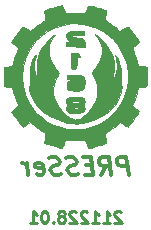
<source format=gbr>
G04 #@! TF.GenerationSoftware,KiCad,Pcbnew,(6.0.0)*
G04 #@! TF.CreationDate,2021-12-29T03:23:08-05:00*
G04 #@! TF.ProjectId,PressureSwitchBreakout,50726573-7375-4726-9553-776974636842,00*
G04 #@! TF.SameCoordinates,Original*
G04 #@! TF.FileFunction,Legend,Bot*
G04 #@! TF.FilePolarity,Positive*
%FSLAX46Y46*%
G04 Gerber Fmt 4.6, Leading zero omitted, Abs format (unit mm)*
G04 Created by KiCad (PCBNEW (6.0.0)) date 2021-12-29 03:23:08*
%MOMM*%
%LPD*%
G01*
G04 APERTURE LIST*
%ADD10C,0.300000*%
%ADD11C,0.250000*%
%ADD12C,0.010000*%
G04 APERTURE END LIST*
D10*
X144199151Y-95293571D02*
X144011651Y-93793571D01*
X143440223Y-93793571D01*
X143306294Y-93865000D01*
X143243794Y-93936428D01*
X143190223Y-94079285D01*
X143217008Y-94293571D01*
X143306294Y-94436428D01*
X143386651Y-94507857D01*
X143538437Y-94579285D01*
X144109866Y-94579285D01*
X141842008Y-95293571D02*
X142252723Y-94579285D01*
X142699151Y-95293571D02*
X142511651Y-93793571D01*
X141940223Y-93793571D01*
X141806294Y-93865000D01*
X141743794Y-93936428D01*
X141690223Y-94079285D01*
X141717008Y-94293571D01*
X141806294Y-94436428D01*
X141886651Y-94507857D01*
X142038437Y-94579285D01*
X142609866Y-94579285D01*
X141100937Y-94507857D02*
X140600937Y-94507857D01*
X140484866Y-95293571D02*
X141199151Y-95293571D01*
X141011651Y-93793571D01*
X140297366Y-93793571D01*
X139904508Y-95222142D02*
X139699151Y-95293571D01*
X139342008Y-95293571D01*
X139190223Y-95222142D01*
X139109866Y-95150714D01*
X139020580Y-95007857D01*
X139002723Y-94865000D01*
X139056294Y-94722142D01*
X139118794Y-94650714D01*
X139252723Y-94579285D01*
X139529508Y-94507857D01*
X139663437Y-94436428D01*
X139725937Y-94365000D01*
X139779508Y-94222142D01*
X139761651Y-94079285D01*
X139672366Y-93936428D01*
X139592008Y-93865000D01*
X139440223Y-93793571D01*
X139083080Y-93793571D01*
X138877723Y-93865000D01*
X138475937Y-95222142D02*
X138270580Y-95293571D01*
X137913437Y-95293571D01*
X137761651Y-95222142D01*
X137681294Y-95150714D01*
X137592008Y-95007857D01*
X137574151Y-94865000D01*
X137627723Y-94722142D01*
X137690223Y-94650714D01*
X137824151Y-94579285D01*
X138100937Y-94507857D01*
X138234866Y-94436428D01*
X138297366Y-94365000D01*
X138350937Y-94222142D01*
X138333080Y-94079285D01*
X138243794Y-93936428D01*
X138163437Y-93865000D01*
X138011651Y-93793571D01*
X137654508Y-93793571D01*
X137449151Y-93865000D01*
X136404508Y-95222142D02*
X136556294Y-95293571D01*
X136842008Y-95293571D01*
X136975937Y-95222142D01*
X137029508Y-95079285D01*
X136958080Y-94507857D01*
X136868794Y-94365000D01*
X136717008Y-94293571D01*
X136431294Y-94293571D01*
X136297366Y-94365000D01*
X136243794Y-94507857D01*
X136261651Y-94650714D01*
X136993794Y-94793571D01*
X135699151Y-95293571D02*
X135574151Y-94293571D01*
X135609866Y-94579285D02*
X135520580Y-94436428D01*
X135440223Y-94365000D01*
X135288437Y-94293571D01*
X135145580Y-94293571D01*
D11*
X143557142Y-98480619D02*
X143509523Y-98433000D01*
X143414285Y-98385380D01*
X143176190Y-98385380D01*
X143080952Y-98433000D01*
X143033333Y-98480619D01*
X142985714Y-98575857D01*
X142985714Y-98671095D01*
X143033333Y-98813952D01*
X143604761Y-99385380D01*
X142985714Y-99385380D01*
X142033333Y-99385380D02*
X142604761Y-99385380D01*
X142319047Y-99385380D02*
X142319047Y-98385380D01*
X142414285Y-98528238D01*
X142509523Y-98623476D01*
X142604761Y-98671095D01*
X141080952Y-99385380D02*
X141652380Y-99385380D01*
X141366666Y-99385380D02*
X141366666Y-98385380D01*
X141461904Y-98528238D01*
X141557142Y-98623476D01*
X141652380Y-98671095D01*
X140700000Y-98480619D02*
X140652380Y-98433000D01*
X140557142Y-98385380D01*
X140319047Y-98385380D01*
X140223809Y-98433000D01*
X140176190Y-98480619D01*
X140128571Y-98575857D01*
X140128571Y-98671095D01*
X140176190Y-98813952D01*
X140747619Y-99385380D01*
X140128571Y-99385380D01*
X139747619Y-98480619D02*
X139700000Y-98433000D01*
X139604761Y-98385380D01*
X139366666Y-98385380D01*
X139271428Y-98433000D01*
X139223809Y-98480619D01*
X139176190Y-98575857D01*
X139176190Y-98671095D01*
X139223809Y-98813952D01*
X139795238Y-99385380D01*
X139176190Y-99385380D01*
X138604761Y-98813952D02*
X138700000Y-98766333D01*
X138747619Y-98718714D01*
X138795238Y-98623476D01*
X138795238Y-98575857D01*
X138747619Y-98480619D01*
X138700000Y-98433000D01*
X138604761Y-98385380D01*
X138414285Y-98385380D01*
X138319047Y-98433000D01*
X138271428Y-98480619D01*
X138223809Y-98575857D01*
X138223809Y-98623476D01*
X138271428Y-98718714D01*
X138319047Y-98766333D01*
X138414285Y-98813952D01*
X138604761Y-98813952D01*
X138700000Y-98861571D01*
X138747619Y-98909190D01*
X138795238Y-99004428D01*
X138795238Y-99194904D01*
X138747619Y-99290142D01*
X138700000Y-99337761D01*
X138604761Y-99385380D01*
X138414285Y-99385380D01*
X138319047Y-99337761D01*
X138271428Y-99290142D01*
X138223809Y-99194904D01*
X138223809Y-99004428D01*
X138271428Y-98909190D01*
X138319047Y-98861571D01*
X138414285Y-98813952D01*
X137795238Y-99290142D02*
X137747619Y-99337761D01*
X137795238Y-99385380D01*
X137842857Y-99337761D01*
X137795238Y-99290142D01*
X137795238Y-99385380D01*
X137128571Y-98385380D02*
X137033333Y-98385380D01*
X136938095Y-98433000D01*
X136890476Y-98480619D01*
X136842857Y-98575857D01*
X136795238Y-98766333D01*
X136795238Y-99004428D01*
X136842857Y-99194904D01*
X136890476Y-99290142D01*
X136938095Y-99337761D01*
X137033333Y-99385380D01*
X137128571Y-99385380D01*
X137223809Y-99337761D01*
X137271428Y-99290142D01*
X137319047Y-99194904D01*
X137366666Y-99004428D01*
X137366666Y-98766333D01*
X137319047Y-98575857D01*
X137271428Y-98480619D01*
X137223809Y-98433000D01*
X137128571Y-98385380D01*
X135842857Y-99385380D02*
X136414285Y-99385380D01*
X136128571Y-99385380D02*
X136128571Y-98385380D01*
X136223809Y-98528238D01*
X136319047Y-98623476D01*
X136414285Y-98671095D01*
D12*
X138469170Y-80958330D02*
X138349158Y-80985563D01*
X138349158Y-80985563D02*
X138181990Y-81029790D01*
X138181990Y-81029790D02*
X137984212Y-81086012D01*
X137984212Y-81086012D02*
X137772370Y-81149233D01*
X137772370Y-81149233D02*
X137563013Y-81214455D01*
X137563013Y-81214455D02*
X137372686Y-81276681D01*
X137372686Y-81276681D02*
X137217936Y-81330913D01*
X137217936Y-81330913D02*
X137115310Y-81372154D01*
X137115310Y-81372154D02*
X137087015Y-81387534D01*
X137087015Y-81387534D02*
X137056998Y-81419379D01*
X137056998Y-81419379D02*
X137045653Y-81470059D01*
X137045653Y-81470059D02*
X137053455Y-81558279D01*
X137053455Y-81558279D02*
X137080877Y-81702740D01*
X137080877Y-81702740D02*
X137096904Y-81777953D01*
X137096904Y-81777953D02*
X137128756Y-81943841D01*
X137128756Y-81943841D02*
X137147903Y-82081534D01*
X137147903Y-82081534D02*
X137151285Y-82167412D01*
X137151285Y-82167412D02*
X137148857Y-82179312D01*
X137148857Y-82179312D02*
X137103552Y-82227140D01*
X137103552Y-82227140D02*
X137003788Y-82301196D01*
X137003788Y-82301196D02*
X136869369Y-82387044D01*
X136869369Y-82387044D02*
X136840306Y-82404221D01*
X136840306Y-82404221D02*
X136676314Y-82509765D01*
X136676314Y-82509765D02*
X136482923Y-82649032D01*
X136482923Y-82649032D02*
X136292749Y-82798109D01*
X136292749Y-82798109D02*
X136222815Y-82856917D01*
X136222815Y-82856917D02*
X136083265Y-82975561D01*
X136083265Y-82975561D02*
X135968136Y-83070138D01*
X135968136Y-83070138D02*
X135891870Y-83128979D01*
X135891870Y-83128979D02*
X135869143Y-83142667D01*
X135869143Y-83142667D02*
X135825941Y-83120790D01*
X135825941Y-83120790D02*
X135730509Y-83062533D01*
X135730509Y-83062533D02*
X135600747Y-82978950D01*
X135600747Y-82978950D02*
X135552430Y-82947022D01*
X135552430Y-82947022D02*
X135410515Y-82859473D01*
X135410515Y-82859473D02*
X135290709Y-82797949D01*
X135290709Y-82797949D02*
X135213204Y-82772414D01*
X135213204Y-82772414D02*
X135200643Y-82773467D01*
X135200643Y-82773467D02*
X135160090Y-82812430D01*
X135160090Y-82812430D02*
X135080431Y-82906874D01*
X135080431Y-82906874D02*
X134971810Y-83043409D01*
X134971810Y-83043409D02*
X134844372Y-83208651D01*
X134844372Y-83208651D02*
X134708263Y-83389211D01*
X134708263Y-83389211D02*
X134573627Y-83571701D01*
X134573627Y-83571701D02*
X134450610Y-83742736D01*
X134450610Y-83742736D02*
X134349356Y-83888926D01*
X134349356Y-83888926D02*
X134309436Y-83949495D01*
X134309436Y-83949495D02*
X134239863Y-84057823D01*
X134239863Y-84057823D02*
X134535765Y-84301253D01*
X134535765Y-84301253D02*
X134666486Y-84412309D01*
X134666486Y-84412309D02*
X134767671Y-84504967D01*
X134767671Y-84504967D02*
X134824498Y-84565329D01*
X134824498Y-84565329D02*
X134831667Y-84578653D01*
X134831667Y-84578653D02*
X134815296Y-84631636D01*
X134815296Y-84631636D02*
X134772273Y-84738681D01*
X134772273Y-84738681D02*
X134711735Y-84877118D01*
X134711735Y-84877118D02*
X134708623Y-84883991D01*
X134708623Y-84883991D02*
X134642113Y-85049340D01*
X134642113Y-85049340D02*
X134568560Y-85261470D01*
X134568560Y-85261470D02*
X134500018Y-85484679D01*
X134500018Y-85484679D02*
X134474404Y-85577763D01*
X134474404Y-85577763D02*
X134424381Y-85761427D01*
X134424381Y-85761427D02*
X134378565Y-85918258D01*
X134378565Y-85918258D02*
X134343181Y-86027528D01*
X134343181Y-86027528D02*
X134328488Y-86063667D01*
X134328488Y-86063667D02*
X134275367Y-86101947D01*
X134275367Y-86101947D02*
X134158079Y-86129253D01*
X134158079Y-86129253D02*
X133966647Y-86147873D01*
X133966647Y-86147873D02*
X133959457Y-86148334D01*
X133959457Y-86148334D02*
X133625167Y-86169500D01*
X133625167Y-86169500D02*
X133613609Y-86947155D01*
X133613609Y-86947155D02*
X133611189Y-87267495D01*
X133611189Y-87267495D02*
X133614808Y-87507582D01*
X133614808Y-87507582D02*
X133624653Y-87671627D01*
X133624653Y-87671627D02*
X133640910Y-87763841D01*
X133640910Y-87763841D02*
X133650543Y-87783238D01*
X133650543Y-87783238D02*
X133730479Y-87821510D01*
X133730479Y-87821510D02*
X133890950Y-87839852D01*
X133890950Y-87839852D02*
X133985000Y-87841667D01*
X133985000Y-87841667D02*
X134161624Y-87849877D01*
X134161624Y-87849877D02*
X134277375Y-87872996D01*
X134277375Y-87872996D02*
X134313031Y-87894584D01*
X134313031Y-87894584D02*
X134342077Y-87959652D01*
X134342077Y-87959652D02*
X134380171Y-88082936D01*
X134380171Y-88082936D02*
X134419778Y-88239622D01*
X134419778Y-88239622D02*
X134425501Y-88265000D01*
X134425501Y-88265000D02*
X134473849Y-88449042D01*
X134473849Y-88449042D02*
X134543839Y-88673702D01*
X134543839Y-88673702D02*
X134623576Y-88901857D01*
X134623576Y-88901857D02*
X134660344Y-88997991D01*
X134660344Y-88997991D02*
X134824782Y-89413482D01*
X134824782Y-89413482D02*
X134692608Y-89527158D01*
X134692608Y-89527158D02*
X134579043Y-89626460D01*
X134579043Y-89626460D02*
X134446614Y-89744471D01*
X134446614Y-89744471D02*
X134394358Y-89791672D01*
X134394358Y-89791672D02*
X134228283Y-89942510D01*
X134228283Y-89942510D02*
X134702991Y-90585422D01*
X134702991Y-90585422D02*
X134853416Y-90786777D01*
X134853416Y-90786777D02*
X134987908Y-90962326D01*
X134987908Y-90962326D02*
X135098079Y-91101484D01*
X135098079Y-91101484D02*
X135175546Y-91193668D01*
X135175546Y-91193668D02*
X135211924Y-91228294D01*
X135211924Y-91228294D02*
X135212338Y-91228334D01*
X135212338Y-91228334D02*
X135262013Y-91207456D01*
X135262013Y-91207456D02*
X135364266Y-91151827D01*
X135364266Y-91151827D02*
X135500120Y-91071954D01*
X135500120Y-91071954D02*
X135552112Y-91040205D01*
X135552112Y-91040205D02*
X135857246Y-90852077D01*
X135857246Y-90852077D02*
X136180770Y-91115412D01*
X136180770Y-91115412D02*
X136370799Y-91262754D01*
X136370799Y-91262754D02*
X136586392Y-91418777D01*
X136586392Y-91418777D02*
X136787871Y-91554993D01*
X136787871Y-91554993D02*
X136832147Y-91583088D01*
X136832147Y-91583088D02*
X136990578Y-91684039D01*
X136990578Y-91684039D02*
X137091504Y-91764454D01*
X137091504Y-91764454D02*
X137142519Y-91845410D01*
X137142519Y-91845410D02*
X137151216Y-91947980D01*
X137151216Y-91947980D02*
X137125188Y-92093241D01*
X137125188Y-92093241D02*
X137080075Y-92271243D01*
X137080075Y-92271243D02*
X137001600Y-92573320D01*
X137001600Y-92573320D02*
X137738211Y-92815045D01*
X137738211Y-92815045D02*
X137975680Y-92891028D01*
X137975680Y-92891028D02*
X138187047Y-92954989D01*
X138187047Y-92954989D02*
X138358595Y-93003070D01*
X138358595Y-93003070D02*
X138476606Y-93031418D01*
X138476606Y-93031418D02*
X138526495Y-93036614D01*
X138526495Y-93036614D02*
X138564546Y-92989726D01*
X138564546Y-92989726D02*
X138619352Y-92883322D01*
X138619352Y-92883322D02*
X138680570Y-92738096D01*
X138680570Y-92738096D02*
X138695725Y-92697987D01*
X138695725Y-92697987D02*
X138757262Y-92546121D01*
X138757262Y-92546121D02*
X138815476Y-92427796D01*
X138815476Y-92427796D02*
X138859851Y-92363777D01*
X138859851Y-92363777D02*
X138867534Y-92358698D01*
X138867534Y-92358698D02*
X138932195Y-92353355D01*
X138932195Y-92353355D02*
X139058042Y-92357013D01*
X139058042Y-92357013D02*
X139222178Y-92368776D01*
X139222178Y-92368776D02*
X139290964Y-92375300D01*
X139290964Y-92375300D02*
X139600297Y-92391221D01*
X139600297Y-92391221D02*
X139928599Y-92382547D01*
X139928599Y-92382547D02*
X140050455Y-92372338D01*
X140050455Y-92372338D02*
X140250969Y-92354877D01*
X140250969Y-92354877D02*
X140382207Y-92352364D01*
X140382207Y-92352364D02*
X140458294Y-92365156D01*
X140458294Y-92365156D02*
X140486290Y-92383395D01*
X140486290Y-92383395D02*
X140522625Y-92446062D01*
X140522625Y-92446062D02*
X140577000Y-92564622D01*
X140577000Y-92564622D02*
X140638656Y-92715351D01*
X140638656Y-92715351D02*
X140648814Y-92741750D01*
X140648814Y-92741750D02*
X140722011Y-92915113D01*
X140722011Y-92915113D02*
X140782055Y-93013467D01*
X140782055Y-93013467D02*
X140833733Y-93044548D01*
X140833733Y-93044548D02*
X140836158Y-93044476D01*
X140836158Y-93044476D02*
X140898228Y-93030434D01*
X140898228Y-93030434D02*
X141025872Y-92994177D01*
X141025872Y-92994177D02*
X141204308Y-92940156D01*
X141204308Y-92940156D02*
X141418753Y-92872824D01*
X141418753Y-92872824D02*
X141598067Y-92815048D01*
X141598067Y-92815048D02*
X141825587Y-92740290D01*
X141825587Y-92740290D02*
X142023686Y-92673950D01*
X142023686Y-92673950D02*
X142178898Y-92620640D01*
X142178898Y-92620640D02*
X142277753Y-92584970D01*
X142277753Y-92584970D02*
X142307208Y-92572237D01*
X142307208Y-92572237D02*
X142305624Y-92525990D01*
X142305624Y-92525990D02*
X142285878Y-92418614D01*
X142285878Y-92418614D02*
X142251935Y-92270707D01*
X142251935Y-92270707D02*
X142240058Y-92223393D01*
X142240058Y-92223393D02*
X142200298Y-92061902D01*
X142200298Y-92061902D02*
X142170545Y-91929571D01*
X142170545Y-91929571D02*
X142155990Y-91849830D01*
X142155990Y-91849830D02*
X142155334Y-91840897D01*
X142155334Y-91840897D02*
X142189063Y-91798341D01*
X142189063Y-91798341D02*
X142280191Y-91723659D01*
X142280191Y-91723659D02*
X142413634Y-91628476D01*
X142413634Y-91628476D02*
X142530258Y-91551991D01*
X142530258Y-91551991D02*
X142726029Y-91420681D01*
X142726029Y-91420681D02*
X142929564Y-91272407D01*
X142929564Y-91272407D02*
X143107506Y-91131855D01*
X143107506Y-91131855D02*
X143166859Y-91080822D01*
X143166859Y-91080822D02*
X143289908Y-90973507D01*
X143289908Y-90973507D02*
X143388420Y-90892207D01*
X143388420Y-90892207D02*
X143446031Y-90850264D01*
X143446031Y-90850264D02*
X143453215Y-90847334D01*
X143453215Y-90847334D02*
X143497693Y-90868541D01*
X143497693Y-90868541D02*
X143595689Y-90925251D01*
X143595689Y-90925251D02*
X143729560Y-91007091D01*
X143729560Y-91007091D02*
X143795324Y-91048417D01*
X143795324Y-91048417D02*
X143938590Y-91137026D01*
X143938590Y-91137026D02*
X144053114Y-91203833D01*
X144053114Y-91203833D02*
X144121617Y-91238939D01*
X144121617Y-91238939D02*
X144132812Y-91241762D01*
X144132812Y-91241762D02*
X144167746Y-91204441D01*
X144167746Y-91204441D02*
X144240332Y-91111266D01*
X144240332Y-91111266D02*
X144341303Y-90975356D01*
X144341303Y-90975356D02*
X144461389Y-90809828D01*
X144461389Y-90809828D02*
X144591324Y-90627798D01*
X144591324Y-90627798D02*
X144721840Y-90442384D01*
X144721840Y-90442384D02*
X144843669Y-90266703D01*
X144843669Y-90266703D02*
X144947543Y-90113873D01*
X144947543Y-90113873D02*
X145024194Y-89997010D01*
X145024194Y-89997010D02*
X145064355Y-89929233D01*
X145064355Y-89929233D02*
X145068012Y-89918117D01*
X145068012Y-89918117D02*
X145031790Y-89877715D01*
X145031790Y-89877715D02*
X144946096Y-89797814D01*
X144946096Y-89797814D02*
X144826690Y-89692888D01*
X144826690Y-89692888D02*
X144772978Y-89647120D01*
X144772978Y-89647120D02*
X144490789Y-89408740D01*
X144490789Y-89408740D02*
X144633100Y-89059120D01*
X144633100Y-89059120D02*
X144714145Y-88842705D01*
X144714145Y-88842705D02*
X144797250Y-88592832D01*
X144797250Y-88592832D02*
X144866179Y-88358709D01*
X144866179Y-88358709D02*
X144874159Y-88328500D01*
X144874159Y-88328500D02*
X144921085Y-88155131D01*
X144921085Y-88155131D02*
X144963930Y-88010397D01*
X144963930Y-88010397D02*
X144996145Y-87915866D01*
X144996145Y-87915866D02*
X145005953Y-87894584D01*
X145005953Y-87894584D02*
X145070853Y-87862317D01*
X145070853Y-87862317D02*
X145211276Y-87844678D01*
X145211276Y-87844678D02*
X145329370Y-87841667D01*
X145329370Y-87841667D02*
X145472415Y-87842719D01*
X145472415Y-87842719D02*
X145579234Y-87838726D01*
X145579234Y-87838726D02*
X145655084Y-87818961D01*
X145655084Y-87818961D02*
X145705225Y-87772699D01*
X145705225Y-87772699D02*
X145734913Y-87689215D01*
X145734913Y-87689215D02*
X145749408Y-87557782D01*
X145749408Y-87557782D02*
X145753966Y-87367676D01*
X145753966Y-87367676D02*
X145753847Y-87108171D01*
X145753847Y-87108171D02*
X145753722Y-87016167D01*
X145753722Y-87016167D02*
X144118805Y-87016167D01*
X144118805Y-87016167D02*
X144115382Y-87289975D01*
X144115382Y-87289975D02*
X144107578Y-87501604D01*
X144107578Y-87501604D02*
X144092970Y-87673519D01*
X144092970Y-87673519D02*
X144069136Y-87828185D01*
X144069136Y-87828185D02*
X144033655Y-87988067D01*
X144033655Y-87988067D02*
X144000127Y-88116834D01*
X144000127Y-88116834D02*
X143802035Y-88693138D01*
X143802035Y-88693138D02*
X143531683Y-89231973D01*
X143531683Y-89231973D02*
X143194853Y-89727097D01*
X143194853Y-89727097D02*
X142797326Y-90172271D01*
X142797326Y-90172271D02*
X142344883Y-90561255D01*
X142344883Y-90561255D02*
X141843306Y-90887808D01*
X141843306Y-90887808D02*
X141298375Y-91145692D01*
X141298375Y-91145692D02*
X141139334Y-91204562D01*
X141139334Y-91204562D02*
X140883071Y-91289377D01*
X140883071Y-91289377D02*
X140659066Y-91350895D01*
X140659066Y-91350895D02*
X140445086Y-91392186D01*
X140445086Y-91392186D02*
X140218900Y-91416321D01*
X140218900Y-91416321D02*
X139958278Y-91426370D01*
X139958278Y-91426370D02*
X139640986Y-91425405D01*
X139640986Y-91425405D02*
X139551834Y-91423835D01*
X139551834Y-91423835D02*
X139272153Y-91416963D01*
X139272153Y-91416963D02*
X139057180Y-91407284D01*
X139057180Y-91407284D02*
X138886956Y-91392479D01*
X138886956Y-91392479D02*
X138741523Y-91370227D01*
X138741523Y-91370227D02*
X138600922Y-91338209D01*
X138600922Y-91338209D02*
X138451167Y-91295890D01*
X138451167Y-91295890D02*
X137857977Y-91076613D01*
X137857977Y-91076613D02*
X137312337Y-90789458D01*
X137312337Y-90789458D02*
X136818286Y-90438566D01*
X136818286Y-90438566D02*
X136379860Y-90028082D01*
X136379860Y-90028082D02*
X136001097Y-89562148D01*
X136001097Y-89562148D02*
X135686034Y-89044907D01*
X135686034Y-89044907D02*
X135438709Y-88480503D01*
X135438709Y-88480503D02*
X135311972Y-88074500D01*
X135311972Y-88074500D02*
X135266597Y-87892098D01*
X135266597Y-87892098D02*
X135235007Y-87730531D01*
X135235007Y-87730531D02*
X135214691Y-87566268D01*
X135214691Y-87566268D02*
X135203139Y-87375779D01*
X135203139Y-87375779D02*
X135197839Y-87135534D01*
X135197839Y-87135534D02*
X135196775Y-86995000D01*
X135196775Y-86995000D02*
X135200355Y-86650005D01*
X135200355Y-86650005D02*
X135217627Y-86362702D01*
X135217627Y-86362702D02*
X135252855Y-86106645D01*
X135252855Y-86106645D02*
X135310302Y-85855385D01*
X135310302Y-85855385D02*
X135394232Y-85582475D01*
X135394232Y-85582475D02*
X135450515Y-85421112D01*
X135450515Y-85421112D02*
X135690764Y-84873961D01*
X135690764Y-84873961D02*
X136000502Y-84369794D01*
X136000502Y-84369794D02*
X136373506Y-83913705D01*
X136373506Y-83913705D02*
X136803551Y-83510786D01*
X136803551Y-83510786D02*
X137284413Y-83166128D01*
X137284413Y-83166128D02*
X137809868Y-82884825D01*
X137809868Y-82884825D02*
X138373692Y-82671968D01*
X138373692Y-82671968D02*
X138969661Y-82532649D01*
X138969661Y-82532649D02*
X138983870Y-82530322D01*
X138983870Y-82530322D02*
X139373469Y-82481119D01*
X139373469Y-82481119D02*
X139729518Y-82469872D01*
X139729518Y-82469872D02*
X140094149Y-82496582D01*
X140094149Y-82496582D02*
X140331465Y-82530322D01*
X140331465Y-82530322D02*
X140940607Y-82669117D01*
X140940607Y-82669117D02*
X141508279Y-82881614D01*
X141508279Y-82881614D02*
X142036245Y-83168720D01*
X142036245Y-83168720D02*
X142526273Y-83531343D01*
X142526273Y-83531343D02*
X142833329Y-83816074D01*
X142833329Y-83816074D02*
X143197324Y-84224993D01*
X143197324Y-84224993D02*
X143498200Y-84657789D01*
X143498200Y-84657789D02*
X143743586Y-85128620D01*
X143743586Y-85128620D02*
X143941111Y-85651646D01*
X143941111Y-85651646D02*
X144067117Y-86106000D01*
X144067117Y-86106000D02*
X144092961Y-86270595D01*
X144092961Y-86270595D02*
X144110273Y-86509306D01*
X144110273Y-86509306D02*
X144118473Y-86811956D01*
X144118473Y-86811956D02*
X144118805Y-87016167D01*
X144118805Y-87016167D02*
X145753722Y-87016167D01*
X145753722Y-87016167D02*
X145753667Y-86976175D01*
X145753667Y-86976175D02*
X145753667Y-86162074D01*
X145753667Y-86162074D02*
X145368119Y-86123454D01*
X145368119Y-86123454D02*
X144982572Y-86084834D01*
X144982572Y-86084834D02*
X144878991Y-85682667D01*
X144878991Y-85682667D02*
X144814138Y-85454264D01*
X144814138Y-85454264D02*
X144734252Y-85206207D01*
X144734252Y-85206207D02*
X144654111Y-84983743D01*
X144654111Y-84983743D02*
X144634989Y-84935514D01*
X144634989Y-84935514D02*
X144574853Y-84776545D01*
X144574853Y-84776545D02*
X144534004Y-84646187D01*
X144534004Y-84646187D02*
X144518441Y-84564710D01*
X144518441Y-84564710D02*
X144520867Y-84549973D01*
X144520867Y-84549973D02*
X144564034Y-84505472D01*
X144564034Y-84505472D02*
X144655407Y-84423184D01*
X144655407Y-84423184D02*
X144777491Y-84318727D01*
X144777491Y-84318727D02*
X144814735Y-84287683D01*
X144814735Y-84287683D02*
X144946406Y-84169846D01*
X144946406Y-84169846D02*
X145032349Y-84074664D01*
X145032349Y-84074664D02*
X145061677Y-84014450D01*
X145061677Y-84014450D02*
X145060636Y-84009487D01*
X145060636Y-84009487D02*
X145030330Y-83960079D01*
X145030330Y-83960079D02*
X144959742Y-83856614D01*
X144959742Y-83856614D02*
X144858967Y-83713081D01*
X144858967Y-83713081D02*
X144738105Y-83543467D01*
X144738105Y-83543467D02*
X144607252Y-83361761D01*
X144607252Y-83361761D02*
X144476506Y-83181952D01*
X144476506Y-83181952D02*
X144355964Y-83018028D01*
X144355964Y-83018028D02*
X144255724Y-82883978D01*
X144255724Y-82883978D02*
X144185883Y-82793790D01*
X144185883Y-82793790D02*
X144165796Y-82769824D01*
X144165796Y-82769824D02*
X144125675Y-82748737D01*
X144125675Y-82748737D02*
X144061434Y-82763924D01*
X144061434Y-82763924D02*
X143956700Y-82821388D01*
X143956700Y-82821388D02*
X143865896Y-82879790D01*
X143865896Y-82879790D02*
X143688694Y-82997001D01*
X143688694Y-82997001D02*
X143564747Y-83071227D01*
X143564747Y-83071227D02*
X143474853Y-83103287D01*
X143474853Y-83103287D02*
X143399815Y-83093999D01*
X143399815Y-83093999D02*
X143320430Y-83044181D01*
X143320430Y-83044181D02*
X143217498Y-82954653D01*
X143217498Y-82954653D02*
X143167302Y-82909574D01*
X143167302Y-82909574D02*
X143009947Y-82779492D01*
X143009947Y-82779492D02*
X142812956Y-82631303D01*
X142812956Y-82631303D02*
X142609724Y-82489730D01*
X142609724Y-82489730D02*
X142530258Y-82438010D01*
X142530258Y-82438010D02*
X142359984Y-82323602D01*
X142359984Y-82323602D02*
X142234604Y-82226154D01*
X142234604Y-82226154D02*
X142165711Y-82155152D01*
X142165711Y-82155152D02*
X142156059Y-82131748D01*
X142156059Y-82131748D02*
X142166636Y-82059355D01*
X142166636Y-82059355D02*
X142193916Y-81930976D01*
X142193916Y-81930976D02*
X142232364Y-81772320D01*
X142232364Y-81772320D02*
X142239101Y-81746158D01*
X142239101Y-81746158D02*
X142274512Y-81592419D01*
X142274512Y-81592419D02*
X142293929Y-81471644D01*
X142293929Y-81471644D02*
X142294040Y-81405741D01*
X142294040Y-81405741D02*
X142291292Y-81400915D01*
X142291292Y-81400915D02*
X142235131Y-81373411D01*
X142235131Y-81373411D02*
X142114501Y-81328562D01*
X142114501Y-81328562D02*
X141946522Y-81271639D01*
X141946522Y-81271639D02*
X141748315Y-81207911D01*
X141748315Y-81207911D02*
X141537002Y-81142649D01*
X141537002Y-81142649D02*
X141329702Y-81081122D01*
X141329702Y-81081122D02*
X141143538Y-81028599D01*
X141143538Y-81028599D02*
X140995629Y-80990352D01*
X140995629Y-80990352D02*
X140903098Y-80971649D01*
X140903098Y-80971649D02*
X140893847Y-80970777D01*
X140893847Y-80970777D02*
X140822871Y-80970372D01*
X140822871Y-80970372D02*
X140772750Y-80989855D01*
X140772750Y-80989855D02*
X140729915Y-81044994D01*
X140729915Y-81044994D02*
X140680791Y-81151560D01*
X140680791Y-81151560D02*
X140631159Y-81275988D01*
X140631159Y-81275988D02*
X140569052Y-81427953D01*
X140569052Y-81427953D02*
X140514998Y-81549027D01*
X140514998Y-81549027D02*
X140478796Y-81617534D01*
X140478796Y-81617534D02*
X140474041Y-81623560D01*
X140474041Y-81623560D02*
X140419675Y-81634150D01*
X140419675Y-81634150D02*
X140301444Y-81634727D01*
X140301444Y-81634727D02*
X140139512Y-81625633D01*
X140139512Y-81625633D02*
X140033579Y-81616070D01*
X140033579Y-81616070D02*
X139660342Y-81595867D01*
X139660342Y-81595867D02*
X139308155Y-81610410D01*
X139308155Y-81610410D02*
X139275801Y-81613809D01*
X139275801Y-81613809D02*
X139107505Y-81629694D01*
X139107505Y-81629694D02*
X138969082Y-81637352D01*
X138969082Y-81637352D02*
X138883999Y-81635661D01*
X138883999Y-81635661D02*
X138872241Y-81633109D01*
X138872241Y-81633109D02*
X138833728Y-81586415D01*
X138833728Y-81586415D02*
X138777937Y-81480284D01*
X138777937Y-81480284D02*
X138715343Y-81335269D01*
X138715343Y-81335269D02*
X138699125Y-81293410D01*
X138699125Y-81293410D02*
X138636402Y-81141497D01*
X138636402Y-81141497D02*
X138577641Y-81022986D01*
X138577641Y-81022986D02*
X138533356Y-80958482D01*
X138533356Y-80958482D02*
X138525479Y-80953088D01*
X138525479Y-80953088D02*
X138469170Y-80958330D01*
X138469170Y-80958330D02*
X138469170Y-80958330D01*
G36*
X145753966Y-87367676D02*
G01*
X145749408Y-87557782D01*
X145734913Y-87689215D01*
X145705225Y-87772699D01*
X145655084Y-87818961D01*
X145579234Y-87838726D01*
X145472415Y-87842719D01*
X145329370Y-87841667D01*
X145211276Y-87844678D01*
X145070853Y-87862317D01*
X145005953Y-87894584D01*
X144996145Y-87915866D01*
X144963930Y-88010397D01*
X144921085Y-88155131D01*
X144874159Y-88328500D01*
X144866179Y-88358709D01*
X144797250Y-88592832D01*
X144714145Y-88842705D01*
X144633100Y-89059120D01*
X144490789Y-89408740D01*
X144772978Y-89647120D01*
X144826690Y-89692888D01*
X144946096Y-89797814D01*
X145031790Y-89877715D01*
X145068012Y-89918117D01*
X145064355Y-89929233D01*
X145024194Y-89997010D01*
X144947543Y-90113873D01*
X144843669Y-90266703D01*
X144721840Y-90442384D01*
X144591324Y-90627798D01*
X144461389Y-90809828D01*
X144341303Y-90975356D01*
X144240332Y-91111266D01*
X144167746Y-91204441D01*
X144132812Y-91241762D01*
X144121617Y-91238939D01*
X144053114Y-91203833D01*
X143938590Y-91137026D01*
X143795324Y-91048417D01*
X143729560Y-91007091D01*
X143595689Y-90925251D01*
X143497693Y-90868541D01*
X143453215Y-90847334D01*
X143446031Y-90850264D01*
X143388420Y-90892207D01*
X143289908Y-90973507D01*
X143166859Y-91080822D01*
X143107506Y-91131855D01*
X142929564Y-91272407D01*
X142726029Y-91420681D01*
X142530258Y-91551991D01*
X142413634Y-91628476D01*
X142280191Y-91723659D01*
X142189063Y-91798341D01*
X142155334Y-91840897D01*
X142155990Y-91849830D01*
X142170545Y-91929571D01*
X142200298Y-92061902D01*
X142240058Y-92223393D01*
X142251935Y-92270707D01*
X142285878Y-92418614D01*
X142305624Y-92525990D01*
X142307208Y-92572237D01*
X142277753Y-92584970D01*
X142178898Y-92620640D01*
X142023686Y-92673950D01*
X141825587Y-92740290D01*
X141598067Y-92815048D01*
X141418753Y-92872824D01*
X141204308Y-92940156D01*
X141025872Y-92994177D01*
X140898228Y-93030434D01*
X140836158Y-93044476D01*
X140833733Y-93044548D01*
X140782055Y-93013467D01*
X140722011Y-92915113D01*
X140648814Y-92741750D01*
X140638656Y-92715351D01*
X140577000Y-92564622D01*
X140522625Y-92446062D01*
X140486290Y-92383395D01*
X140458294Y-92365156D01*
X140382207Y-92352364D01*
X140250969Y-92354877D01*
X140050455Y-92372338D01*
X139928599Y-92382547D01*
X139600297Y-92391221D01*
X139290964Y-92375300D01*
X139222178Y-92368776D01*
X139058042Y-92357013D01*
X138932195Y-92353355D01*
X138867534Y-92358698D01*
X138859851Y-92363777D01*
X138815476Y-92427796D01*
X138757262Y-92546121D01*
X138695725Y-92697987D01*
X138680570Y-92738096D01*
X138619352Y-92883322D01*
X138564546Y-92989726D01*
X138526495Y-93036614D01*
X138476606Y-93031418D01*
X138358595Y-93003070D01*
X138187047Y-92954989D01*
X137975680Y-92891028D01*
X137738211Y-92815045D01*
X137001600Y-92573320D01*
X137080075Y-92271243D01*
X137125188Y-92093241D01*
X137151216Y-91947980D01*
X137142519Y-91845410D01*
X137091504Y-91764454D01*
X136990578Y-91684039D01*
X136832147Y-91583088D01*
X136787871Y-91554993D01*
X136586392Y-91418777D01*
X136370799Y-91262754D01*
X136180770Y-91115412D01*
X135857246Y-90852077D01*
X135552112Y-91040205D01*
X135500120Y-91071954D01*
X135364266Y-91151827D01*
X135262013Y-91207456D01*
X135212338Y-91228334D01*
X135211924Y-91228294D01*
X135175546Y-91193668D01*
X135098079Y-91101484D01*
X134987908Y-90962326D01*
X134853416Y-90786777D01*
X134702991Y-90585422D01*
X134228283Y-89942510D01*
X134394358Y-89791672D01*
X134446614Y-89744471D01*
X134579043Y-89626460D01*
X134692608Y-89527158D01*
X134824782Y-89413482D01*
X134660344Y-88997991D01*
X134623576Y-88901857D01*
X134543839Y-88673702D01*
X134473849Y-88449042D01*
X134425501Y-88265000D01*
X134419778Y-88239622D01*
X134380171Y-88082936D01*
X134342077Y-87959652D01*
X134313031Y-87894584D01*
X134277375Y-87872996D01*
X134161624Y-87849877D01*
X133985000Y-87841667D01*
X133890950Y-87839852D01*
X133730479Y-87821510D01*
X133650543Y-87783238D01*
X133640910Y-87763841D01*
X133624653Y-87671627D01*
X133614808Y-87507582D01*
X133611189Y-87267495D01*
X133613248Y-86995000D01*
X135196775Y-86995000D01*
X135197839Y-87135534D01*
X135203139Y-87375779D01*
X135214691Y-87566268D01*
X135235007Y-87730531D01*
X135266597Y-87892098D01*
X135311972Y-88074500D01*
X135438709Y-88480503D01*
X135686034Y-89044907D01*
X136001097Y-89562148D01*
X136379860Y-90028082D01*
X136818286Y-90438566D01*
X137312337Y-90789458D01*
X137857977Y-91076613D01*
X138451167Y-91295890D01*
X138600922Y-91338209D01*
X138741523Y-91370227D01*
X138886956Y-91392479D01*
X139057180Y-91407284D01*
X139272153Y-91416963D01*
X139551834Y-91423835D01*
X139640986Y-91425405D01*
X139958278Y-91426370D01*
X140218900Y-91416321D01*
X140445086Y-91392186D01*
X140659066Y-91350895D01*
X140883071Y-91289377D01*
X141139334Y-91204562D01*
X141298375Y-91145692D01*
X141843306Y-90887808D01*
X142344883Y-90561255D01*
X142797326Y-90172271D01*
X143194853Y-89727097D01*
X143531683Y-89231973D01*
X143802035Y-88693138D01*
X144000127Y-88116834D01*
X144033655Y-87988067D01*
X144069136Y-87828185D01*
X144092970Y-87673519D01*
X144107578Y-87501604D01*
X144115382Y-87289975D01*
X144118805Y-87016167D01*
X144118473Y-86811956D01*
X144110273Y-86509306D01*
X144092961Y-86270595D01*
X144067117Y-86106000D01*
X143941111Y-85651646D01*
X143743586Y-85128620D01*
X143498200Y-84657789D01*
X143197324Y-84224993D01*
X142833329Y-83816074D01*
X142526273Y-83531343D01*
X142036245Y-83168720D01*
X141508279Y-82881614D01*
X140940607Y-82669117D01*
X140331465Y-82530322D01*
X140094149Y-82496582D01*
X139729518Y-82469872D01*
X139373469Y-82481119D01*
X138983870Y-82530322D01*
X138969661Y-82532649D01*
X138373692Y-82671968D01*
X137809868Y-82884825D01*
X137284413Y-83166128D01*
X136803551Y-83510786D01*
X136373506Y-83913705D01*
X136000502Y-84369794D01*
X135690764Y-84873961D01*
X135450515Y-85421112D01*
X135394232Y-85582475D01*
X135310302Y-85855385D01*
X135252855Y-86106645D01*
X135217627Y-86362702D01*
X135200355Y-86650005D01*
X135196775Y-86995000D01*
X133613248Y-86995000D01*
X133613609Y-86947155D01*
X133625167Y-86169500D01*
X133959457Y-86148334D01*
X133966647Y-86147873D01*
X134158079Y-86129253D01*
X134275367Y-86101947D01*
X134328488Y-86063667D01*
X134343181Y-86027528D01*
X134378565Y-85918258D01*
X134424381Y-85761427D01*
X134474404Y-85577763D01*
X134500018Y-85484679D01*
X134568560Y-85261470D01*
X134642113Y-85049340D01*
X134708623Y-84883991D01*
X134711735Y-84877118D01*
X134772273Y-84738681D01*
X134815296Y-84631636D01*
X134831667Y-84578653D01*
X134824498Y-84565329D01*
X134767671Y-84504967D01*
X134666486Y-84412309D01*
X134535765Y-84301253D01*
X134239863Y-84057823D01*
X134309436Y-83949495D01*
X134349356Y-83888926D01*
X134450610Y-83742736D01*
X134573627Y-83571701D01*
X134708263Y-83389211D01*
X134844372Y-83208651D01*
X134971810Y-83043409D01*
X135080431Y-82906874D01*
X135160090Y-82812430D01*
X135200643Y-82773467D01*
X135213204Y-82772414D01*
X135290709Y-82797949D01*
X135410515Y-82859473D01*
X135552430Y-82947022D01*
X135600747Y-82978950D01*
X135730509Y-83062533D01*
X135825941Y-83120790D01*
X135869143Y-83142667D01*
X135891870Y-83128979D01*
X135968136Y-83070138D01*
X136083265Y-82975561D01*
X136222815Y-82856917D01*
X136292749Y-82798109D01*
X136482923Y-82649032D01*
X136676314Y-82509765D01*
X136840306Y-82404221D01*
X136869369Y-82387044D01*
X137003788Y-82301196D01*
X137103552Y-82227140D01*
X137148857Y-82179312D01*
X137151285Y-82167412D01*
X137147903Y-82081534D01*
X137128756Y-81943841D01*
X137096904Y-81777953D01*
X137080877Y-81702740D01*
X137053455Y-81558279D01*
X137045653Y-81470059D01*
X137056998Y-81419379D01*
X137087015Y-81387534D01*
X137115310Y-81372154D01*
X137217936Y-81330913D01*
X137372686Y-81276681D01*
X137563013Y-81214455D01*
X137772370Y-81149233D01*
X137984212Y-81086012D01*
X138181990Y-81029790D01*
X138349158Y-80985563D01*
X138469170Y-80958330D01*
X138525479Y-80953088D01*
X138533356Y-80958482D01*
X138577641Y-81022986D01*
X138636402Y-81141497D01*
X138699125Y-81293410D01*
X138715343Y-81335269D01*
X138777937Y-81480284D01*
X138833728Y-81586415D01*
X138872241Y-81633109D01*
X138883999Y-81635661D01*
X138969082Y-81637352D01*
X139107505Y-81629694D01*
X139275801Y-81613809D01*
X139308155Y-81610410D01*
X139660342Y-81595867D01*
X140033579Y-81616070D01*
X140139512Y-81625633D01*
X140301444Y-81634727D01*
X140419675Y-81634150D01*
X140474041Y-81623560D01*
X140478796Y-81617534D01*
X140514998Y-81549027D01*
X140569052Y-81427953D01*
X140631159Y-81275988D01*
X140680791Y-81151560D01*
X140729915Y-81044994D01*
X140772750Y-80989855D01*
X140822871Y-80970372D01*
X140893847Y-80970777D01*
X140903098Y-80971649D01*
X140995629Y-80990352D01*
X141143538Y-81028599D01*
X141329702Y-81081122D01*
X141537002Y-81142649D01*
X141748315Y-81207911D01*
X141946522Y-81271639D01*
X142114501Y-81328562D01*
X142235131Y-81373411D01*
X142291292Y-81400915D01*
X142294040Y-81405741D01*
X142293929Y-81471644D01*
X142274512Y-81592419D01*
X142239101Y-81746158D01*
X142232364Y-81772320D01*
X142193916Y-81930976D01*
X142166636Y-82059355D01*
X142156059Y-82131748D01*
X142165711Y-82155152D01*
X142234604Y-82226154D01*
X142359984Y-82323602D01*
X142530258Y-82438010D01*
X142609724Y-82489730D01*
X142812956Y-82631303D01*
X143009947Y-82779492D01*
X143167302Y-82909574D01*
X143217498Y-82954653D01*
X143320430Y-83044181D01*
X143399815Y-83093999D01*
X143474853Y-83103287D01*
X143564747Y-83071227D01*
X143688694Y-82997001D01*
X143865896Y-82879790D01*
X143956700Y-82821388D01*
X144061434Y-82763924D01*
X144125675Y-82748737D01*
X144165796Y-82769824D01*
X144185883Y-82793790D01*
X144255724Y-82883978D01*
X144355964Y-83018028D01*
X144476506Y-83181952D01*
X144607252Y-83361761D01*
X144738105Y-83543467D01*
X144858967Y-83713081D01*
X144959742Y-83856614D01*
X145030330Y-83960079D01*
X145060636Y-84009487D01*
X145061677Y-84014450D01*
X145032349Y-84074664D01*
X144946406Y-84169846D01*
X144814735Y-84287683D01*
X144777491Y-84318727D01*
X144655407Y-84423184D01*
X144564034Y-84505472D01*
X144520867Y-84549973D01*
X144518441Y-84564710D01*
X144534004Y-84646187D01*
X144574853Y-84776545D01*
X144634989Y-84935514D01*
X144654111Y-84983743D01*
X144734252Y-85206207D01*
X144814138Y-85454264D01*
X144878991Y-85682667D01*
X144982572Y-86084834D01*
X145368119Y-86123454D01*
X145753667Y-86162074D01*
X145753667Y-86976175D01*
X145753722Y-87016167D01*
X145753847Y-87108171D01*
X145753966Y-87367676D01*
G37*
X145753966Y-87367676D02*
X145749408Y-87557782D01*
X145734913Y-87689215D01*
X145705225Y-87772699D01*
X145655084Y-87818961D01*
X145579234Y-87838726D01*
X145472415Y-87842719D01*
X145329370Y-87841667D01*
X145211276Y-87844678D01*
X145070853Y-87862317D01*
X145005953Y-87894584D01*
X144996145Y-87915866D01*
X144963930Y-88010397D01*
X144921085Y-88155131D01*
X144874159Y-88328500D01*
X144866179Y-88358709D01*
X144797250Y-88592832D01*
X144714145Y-88842705D01*
X144633100Y-89059120D01*
X144490789Y-89408740D01*
X144772978Y-89647120D01*
X144826690Y-89692888D01*
X144946096Y-89797814D01*
X145031790Y-89877715D01*
X145068012Y-89918117D01*
X145064355Y-89929233D01*
X145024194Y-89997010D01*
X144947543Y-90113873D01*
X144843669Y-90266703D01*
X144721840Y-90442384D01*
X144591324Y-90627798D01*
X144461389Y-90809828D01*
X144341303Y-90975356D01*
X144240332Y-91111266D01*
X144167746Y-91204441D01*
X144132812Y-91241762D01*
X144121617Y-91238939D01*
X144053114Y-91203833D01*
X143938590Y-91137026D01*
X143795324Y-91048417D01*
X143729560Y-91007091D01*
X143595689Y-90925251D01*
X143497693Y-90868541D01*
X143453215Y-90847334D01*
X143446031Y-90850264D01*
X143388420Y-90892207D01*
X143289908Y-90973507D01*
X143166859Y-91080822D01*
X143107506Y-91131855D01*
X142929564Y-91272407D01*
X142726029Y-91420681D01*
X142530258Y-91551991D01*
X142413634Y-91628476D01*
X142280191Y-91723659D01*
X142189063Y-91798341D01*
X142155334Y-91840897D01*
X142155990Y-91849830D01*
X142170545Y-91929571D01*
X142200298Y-92061902D01*
X142240058Y-92223393D01*
X142251935Y-92270707D01*
X142285878Y-92418614D01*
X142305624Y-92525990D01*
X142307208Y-92572237D01*
X142277753Y-92584970D01*
X142178898Y-92620640D01*
X142023686Y-92673950D01*
X141825587Y-92740290D01*
X141598067Y-92815048D01*
X141418753Y-92872824D01*
X141204308Y-92940156D01*
X141025872Y-92994177D01*
X140898228Y-93030434D01*
X140836158Y-93044476D01*
X140833733Y-93044548D01*
X140782055Y-93013467D01*
X140722011Y-92915113D01*
X140648814Y-92741750D01*
X140638656Y-92715351D01*
X140577000Y-92564622D01*
X140522625Y-92446062D01*
X140486290Y-92383395D01*
X140458294Y-92365156D01*
X140382207Y-92352364D01*
X140250969Y-92354877D01*
X140050455Y-92372338D01*
X139928599Y-92382547D01*
X139600297Y-92391221D01*
X139290964Y-92375300D01*
X139222178Y-92368776D01*
X139058042Y-92357013D01*
X138932195Y-92353355D01*
X138867534Y-92358698D01*
X138859851Y-92363777D01*
X138815476Y-92427796D01*
X138757262Y-92546121D01*
X138695725Y-92697987D01*
X138680570Y-92738096D01*
X138619352Y-92883322D01*
X138564546Y-92989726D01*
X138526495Y-93036614D01*
X138476606Y-93031418D01*
X138358595Y-93003070D01*
X138187047Y-92954989D01*
X137975680Y-92891028D01*
X137738211Y-92815045D01*
X137001600Y-92573320D01*
X137080075Y-92271243D01*
X137125188Y-92093241D01*
X137151216Y-91947980D01*
X137142519Y-91845410D01*
X137091504Y-91764454D01*
X136990578Y-91684039D01*
X136832147Y-91583088D01*
X136787871Y-91554993D01*
X136586392Y-91418777D01*
X136370799Y-91262754D01*
X136180770Y-91115412D01*
X135857246Y-90852077D01*
X135552112Y-91040205D01*
X135500120Y-91071954D01*
X135364266Y-91151827D01*
X135262013Y-91207456D01*
X135212338Y-91228334D01*
X135211924Y-91228294D01*
X135175546Y-91193668D01*
X135098079Y-91101484D01*
X134987908Y-90962326D01*
X134853416Y-90786777D01*
X134702991Y-90585422D01*
X134228283Y-89942510D01*
X134394358Y-89791672D01*
X134446614Y-89744471D01*
X134579043Y-89626460D01*
X134692608Y-89527158D01*
X134824782Y-89413482D01*
X134660344Y-88997991D01*
X134623576Y-88901857D01*
X134543839Y-88673702D01*
X134473849Y-88449042D01*
X134425501Y-88265000D01*
X134419778Y-88239622D01*
X134380171Y-88082936D01*
X134342077Y-87959652D01*
X134313031Y-87894584D01*
X134277375Y-87872996D01*
X134161624Y-87849877D01*
X133985000Y-87841667D01*
X133890950Y-87839852D01*
X133730479Y-87821510D01*
X133650543Y-87783238D01*
X133640910Y-87763841D01*
X133624653Y-87671627D01*
X133614808Y-87507582D01*
X133611189Y-87267495D01*
X133613248Y-86995000D01*
X135196775Y-86995000D01*
X135197839Y-87135534D01*
X135203139Y-87375779D01*
X135214691Y-87566268D01*
X135235007Y-87730531D01*
X135266597Y-87892098D01*
X135311972Y-88074500D01*
X135438709Y-88480503D01*
X135686034Y-89044907D01*
X136001097Y-89562148D01*
X136379860Y-90028082D01*
X136818286Y-90438566D01*
X137312337Y-90789458D01*
X137857977Y-91076613D01*
X138451167Y-91295890D01*
X138600922Y-91338209D01*
X138741523Y-91370227D01*
X138886956Y-91392479D01*
X139057180Y-91407284D01*
X139272153Y-91416963D01*
X139551834Y-91423835D01*
X139640986Y-91425405D01*
X139958278Y-91426370D01*
X140218900Y-91416321D01*
X140445086Y-91392186D01*
X140659066Y-91350895D01*
X140883071Y-91289377D01*
X141139334Y-91204562D01*
X141298375Y-91145692D01*
X141843306Y-90887808D01*
X142344883Y-90561255D01*
X142797326Y-90172271D01*
X143194853Y-89727097D01*
X143531683Y-89231973D01*
X143802035Y-88693138D01*
X144000127Y-88116834D01*
X144033655Y-87988067D01*
X144069136Y-87828185D01*
X144092970Y-87673519D01*
X144107578Y-87501604D01*
X144115382Y-87289975D01*
X144118805Y-87016167D01*
X144118473Y-86811956D01*
X144110273Y-86509306D01*
X144092961Y-86270595D01*
X144067117Y-86106000D01*
X143941111Y-85651646D01*
X143743586Y-85128620D01*
X143498200Y-84657789D01*
X143197324Y-84224993D01*
X142833329Y-83816074D01*
X142526273Y-83531343D01*
X142036245Y-83168720D01*
X141508279Y-82881614D01*
X140940607Y-82669117D01*
X140331465Y-82530322D01*
X140094149Y-82496582D01*
X139729518Y-82469872D01*
X139373469Y-82481119D01*
X138983870Y-82530322D01*
X138969661Y-82532649D01*
X138373692Y-82671968D01*
X137809868Y-82884825D01*
X137284413Y-83166128D01*
X136803551Y-83510786D01*
X136373506Y-83913705D01*
X136000502Y-84369794D01*
X135690764Y-84873961D01*
X135450515Y-85421112D01*
X135394232Y-85582475D01*
X135310302Y-85855385D01*
X135252855Y-86106645D01*
X135217627Y-86362702D01*
X135200355Y-86650005D01*
X135196775Y-86995000D01*
X133613248Y-86995000D01*
X133613609Y-86947155D01*
X133625167Y-86169500D01*
X133959457Y-86148334D01*
X133966647Y-86147873D01*
X134158079Y-86129253D01*
X134275367Y-86101947D01*
X134328488Y-86063667D01*
X134343181Y-86027528D01*
X134378565Y-85918258D01*
X134424381Y-85761427D01*
X134474404Y-85577763D01*
X134500018Y-85484679D01*
X134568560Y-85261470D01*
X134642113Y-85049340D01*
X134708623Y-84883991D01*
X134711735Y-84877118D01*
X134772273Y-84738681D01*
X134815296Y-84631636D01*
X134831667Y-84578653D01*
X134824498Y-84565329D01*
X134767671Y-84504967D01*
X134666486Y-84412309D01*
X134535765Y-84301253D01*
X134239863Y-84057823D01*
X134309436Y-83949495D01*
X134349356Y-83888926D01*
X134450610Y-83742736D01*
X134573627Y-83571701D01*
X134708263Y-83389211D01*
X134844372Y-83208651D01*
X134971810Y-83043409D01*
X135080431Y-82906874D01*
X135160090Y-82812430D01*
X135200643Y-82773467D01*
X135213204Y-82772414D01*
X135290709Y-82797949D01*
X135410515Y-82859473D01*
X135552430Y-82947022D01*
X135600747Y-82978950D01*
X135730509Y-83062533D01*
X135825941Y-83120790D01*
X135869143Y-83142667D01*
X135891870Y-83128979D01*
X135968136Y-83070138D01*
X136083265Y-82975561D01*
X136222815Y-82856917D01*
X136292749Y-82798109D01*
X136482923Y-82649032D01*
X136676314Y-82509765D01*
X136840306Y-82404221D01*
X136869369Y-82387044D01*
X137003788Y-82301196D01*
X137103552Y-82227140D01*
X137148857Y-82179312D01*
X137151285Y-82167412D01*
X137147903Y-82081534D01*
X137128756Y-81943841D01*
X137096904Y-81777953D01*
X137080877Y-81702740D01*
X137053455Y-81558279D01*
X137045653Y-81470059D01*
X137056998Y-81419379D01*
X137087015Y-81387534D01*
X137115310Y-81372154D01*
X137217936Y-81330913D01*
X137372686Y-81276681D01*
X137563013Y-81214455D01*
X137772370Y-81149233D01*
X137984212Y-81086012D01*
X138181990Y-81029790D01*
X138349158Y-80985563D01*
X138469170Y-80958330D01*
X138525479Y-80953088D01*
X138533356Y-80958482D01*
X138577641Y-81022986D01*
X138636402Y-81141497D01*
X138699125Y-81293410D01*
X138715343Y-81335269D01*
X138777937Y-81480284D01*
X138833728Y-81586415D01*
X138872241Y-81633109D01*
X138883999Y-81635661D01*
X138969082Y-81637352D01*
X139107505Y-81629694D01*
X139275801Y-81613809D01*
X139308155Y-81610410D01*
X139660342Y-81595867D01*
X140033579Y-81616070D01*
X140139512Y-81625633D01*
X140301444Y-81634727D01*
X140419675Y-81634150D01*
X140474041Y-81623560D01*
X140478796Y-81617534D01*
X140514998Y-81549027D01*
X140569052Y-81427953D01*
X140631159Y-81275988D01*
X140680791Y-81151560D01*
X140729915Y-81044994D01*
X140772750Y-80989855D01*
X140822871Y-80970372D01*
X140893847Y-80970777D01*
X140903098Y-80971649D01*
X140995629Y-80990352D01*
X141143538Y-81028599D01*
X141329702Y-81081122D01*
X141537002Y-81142649D01*
X141748315Y-81207911D01*
X141946522Y-81271639D01*
X142114501Y-81328562D01*
X142235131Y-81373411D01*
X142291292Y-81400915D01*
X142294040Y-81405741D01*
X142293929Y-81471644D01*
X142274512Y-81592419D01*
X142239101Y-81746158D01*
X142232364Y-81772320D01*
X142193916Y-81930976D01*
X142166636Y-82059355D01*
X142156059Y-82131748D01*
X142165711Y-82155152D01*
X142234604Y-82226154D01*
X142359984Y-82323602D01*
X142530258Y-82438010D01*
X142609724Y-82489730D01*
X142812956Y-82631303D01*
X143009947Y-82779492D01*
X143167302Y-82909574D01*
X143217498Y-82954653D01*
X143320430Y-83044181D01*
X143399815Y-83093999D01*
X143474853Y-83103287D01*
X143564747Y-83071227D01*
X143688694Y-82997001D01*
X143865896Y-82879790D01*
X143956700Y-82821388D01*
X144061434Y-82763924D01*
X144125675Y-82748737D01*
X144165796Y-82769824D01*
X144185883Y-82793790D01*
X144255724Y-82883978D01*
X144355964Y-83018028D01*
X144476506Y-83181952D01*
X144607252Y-83361761D01*
X144738105Y-83543467D01*
X144858967Y-83713081D01*
X144959742Y-83856614D01*
X145030330Y-83960079D01*
X145060636Y-84009487D01*
X145061677Y-84014450D01*
X145032349Y-84074664D01*
X144946406Y-84169846D01*
X144814735Y-84287683D01*
X144777491Y-84318727D01*
X144655407Y-84423184D01*
X144564034Y-84505472D01*
X144520867Y-84549973D01*
X144518441Y-84564710D01*
X144534004Y-84646187D01*
X144574853Y-84776545D01*
X144634989Y-84935514D01*
X144654111Y-84983743D01*
X144734252Y-85206207D01*
X144814138Y-85454264D01*
X144878991Y-85682667D01*
X144982572Y-86084834D01*
X145368119Y-86123454D01*
X145753667Y-86162074D01*
X145753667Y-86976175D01*
X145753722Y-87016167D01*
X145753847Y-87108171D01*
X145753966Y-87367676D01*
X139408926Y-88704223D02*
X139193983Y-88742104D01*
X139193983Y-88742104D02*
X139040639Y-88803710D01*
X139040639Y-88803710D02*
X138995572Y-88838580D01*
X138995572Y-88838580D02*
X138915650Y-88973105D01*
X138915650Y-88973105D02*
X138897568Y-89133954D01*
X138897568Y-89133954D02*
X138944030Y-89286857D01*
X138944030Y-89286857D02*
X138958389Y-89309376D01*
X138958389Y-89309376D02*
X138998624Y-89381568D01*
X138998624Y-89381568D02*
X138982739Y-89428675D01*
X138982739Y-89428675D02*
X138958389Y-89450979D01*
X138958389Y-89450979D02*
X138904678Y-89544533D01*
X138904678Y-89544533D02*
X138894469Y-89677267D01*
X138894469Y-89677267D02*
X138925080Y-89817399D01*
X138925080Y-89817399D02*
X138993831Y-89933148D01*
X138993831Y-89933148D02*
X138999576Y-89939091D01*
X138999576Y-89939091D02*
X139046465Y-89981876D01*
X139046465Y-89981876D02*
X139096983Y-90010828D01*
X139096983Y-90010828D02*
X139167571Y-90028510D01*
X139167571Y-90028510D02*
X139274667Y-90037482D01*
X139274667Y-90037482D02*
X139434713Y-90040305D01*
X139434713Y-90040305D02*
X139645160Y-90039658D01*
X139645160Y-90039658D02*
X139855427Y-90036635D01*
X139855427Y-90036635D02*
X140038151Y-90030796D01*
X140038151Y-90030796D02*
X140174914Y-90022954D01*
X140174914Y-90022954D02*
X140247301Y-90013921D01*
X140247301Y-90013921D02*
X140250334Y-90012967D01*
X140250334Y-90012967D02*
X140378006Y-89935998D01*
X140378006Y-89935998D02*
X140445437Y-89813566D01*
X140445437Y-89813566D02*
X140462000Y-89663906D01*
X140462000Y-89663906D02*
X140458240Y-89617040D01*
X140458240Y-89617040D02*
X140032997Y-89617040D01*
X140032997Y-89617040D02*
X140018679Y-89660094D01*
X140018679Y-89660094D02*
X139957895Y-89686311D01*
X139957895Y-89686311D02*
X139823301Y-89697445D01*
X139823301Y-89697445D02*
X139685817Y-89695532D01*
X139685817Y-89695532D02*
X139520949Y-89684756D01*
X139520949Y-89684756D02*
X139425991Y-89666670D01*
X139425991Y-89666670D02*
X139386268Y-89637604D01*
X139386268Y-89637604D02*
X139382500Y-89619667D01*
X139382500Y-89619667D02*
X139402527Y-89583684D01*
X139402527Y-89583684D02*
X139472400Y-89560730D01*
X139472400Y-89560730D02*
X139606808Y-89546976D01*
X139606808Y-89546976D02*
X139674637Y-89543504D01*
X139674637Y-89543504D02*
X139873608Y-89544581D01*
X139873608Y-89544581D02*
X139992551Y-89568921D01*
X139992551Y-89568921D02*
X140032997Y-89617040D01*
X140032997Y-89617040D02*
X140458240Y-89617040D01*
X140458240Y-89617040D02*
X140451653Y-89534966D01*
X140451653Y-89534966D02*
X140425547Y-89438847D01*
X140425547Y-89438847D02*
X140411200Y-89416467D01*
X140411200Y-89416467D02*
X140382198Y-89358860D01*
X140382198Y-89358860D02*
X140411200Y-89314867D01*
X140411200Y-89314867D02*
X140441461Y-89244547D01*
X140441461Y-89244547D02*
X140459642Y-89124981D01*
X140459642Y-89124981D02*
X140459994Y-89115535D01*
X140459994Y-89115535D02*
X140016698Y-89115535D01*
X140016698Y-89115535D02*
X140006808Y-89160318D01*
X140006808Y-89160318D02*
X139990783Y-89181855D01*
X139990783Y-89181855D02*
X139924184Y-89212610D01*
X139924184Y-89212610D02*
X139803708Y-89232514D01*
X139803708Y-89232514D02*
X139659645Y-89239893D01*
X139659645Y-89239893D02*
X139522287Y-89233070D01*
X139522287Y-89233070D02*
X139428296Y-89212971D01*
X139428296Y-89212971D02*
X139369904Y-89160369D01*
X139369904Y-89160369D02*
X139361334Y-89128304D01*
X139361334Y-89128304D02*
X139382487Y-89096295D01*
X139382487Y-89096295D02*
X139455049Y-89077717D01*
X139455049Y-89077717D02*
X139592674Y-89069977D01*
X139592674Y-89069977D02*
X139671778Y-89069334D01*
X139671778Y-89069334D02*
X139858590Y-89073361D01*
X139858590Y-89073361D02*
X139970427Y-89087656D01*
X139970427Y-89087656D02*
X140016698Y-89115535D01*
X140016698Y-89115535D02*
X140459994Y-89115535D01*
X140459994Y-89115535D02*
X140462000Y-89061843D01*
X140462000Y-89061843D02*
X140449652Y-88927150D01*
X140449652Y-88927150D02*
X140403811Y-88833484D01*
X140403811Y-88833484D02*
X140311287Y-88771389D01*
X140311287Y-88771389D02*
X140158888Y-88731413D01*
X140158888Y-88731413D02*
X139967201Y-88707257D01*
X139967201Y-88707257D02*
X139671365Y-88691972D01*
X139671365Y-88691972D02*
X139408926Y-88704223D01*
X139408926Y-88704223D02*
X139408926Y-88704223D01*
G36*
X140445437Y-89813566D02*
G01*
X140378006Y-89935998D01*
X140250334Y-90012967D01*
X140247301Y-90013921D01*
X140174914Y-90022954D01*
X140038151Y-90030796D01*
X139855427Y-90036635D01*
X139645160Y-90039658D01*
X139434713Y-90040305D01*
X139274667Y-90037482D01*
X139167571Y-90028510D01*
X139096983Y-90010828D01*
X139046465Y-89981876D01*
X138999576Y-89939091D01*
X138993831Y-89933148D01*
X138925080Y-89817399D01*
X138894469Y-89677267D01*
X138898899Y-89619667D01*
X139382500Y-89619667D01*
X139386268Y-89637604D01*
X139425991Y-89666670D01*
X139520949Y-89684756D01*
X139685817Y-89695532D01*
X139823301Y-89697445D01*
X139957895Y-89686311D01*
X140018679Y-89660094D01*
X140032997Y-89617040D01*
X139992551Y-89568921D01*
X139873608Y-89544581D01*
X139674637Y-89543504D01*
X139606808Y-89546976D01*
X139472400Y-89560730D01*
X139402527Y-89583684D01*
X139382500Y-89619667D01*
X138898899Y-89619667D01*
X138904678Y-89544533D01*
X138958389Y-89450979D01*
X138982739Y-89428675D01*
X138998624Y-89381568D01*
X138958389Y-89309376D01*
X138944030Y-89286857D01*
X138897568Y-89133954D01*
X138898203Y-89128304D01*
X139361334Y-89128304D01*
X139369904Y-89160369D01*
X139428296Y-89212971D01*
X139522287Y-89233070D01*
X139659645Y-89239893D01*
X139803708Y-89232514D01*
X139924184Y-89212610D01*
X139990783Y-89181855D01*
X140006808Y-89160318D01*
X140016698Y-89115535D01*
X139970427Y-89087656D01*
X139858590Y-89073361D01*
X139671778Y-89069334D01*
X139592674Y-89069977D01*
X139455049Y-89077717D01*
X139382487Y-89096295D01*
X139361334Y-89128304D01*
X138898203Y-89128304D01*
X138915650Y-88973105D01*
X138995572Y-88838580D01*
X139040639Y-88803710D01*
X139193983Y-88742104D01*
X139408926Y-88704223D01*
X139671365Y-88691972D01*
X139967201Y-88707257D01*
X140158888Y-88731413D01*
X140311287Y-88771389D01*
X140403811Y-88833484D01*
X140449652Y-88927150D01*
X140462000Y-89061843D01*
X140459994Y-89115535D01*
X140459642Y-89124981D01*
X140441461Y-89244547D01*
X140411200Y-89314867D01*
X140382198Y-89358860D01*
X140411200Y-89416467D01*
X140425547Y-89438847D01*
X140451653Y-89534966D01*
X140458240Y-89617040D01*
X140462000Y-89663906D01*
X140445437Y-89813566D01*
G37*
X140445437Y-89813566D02*
X140378006Y-89935998D01*
X140250334Y-90012967D01*
X140247301Y-90013921D01*
X140174914Y-90022954D01*
X140038151Y-90030796D01*
X139855427Y-90036635D01*
X139645160Y-90039658D01*
X139434713Y-90040305D01*
X139274667Y-90037482D01*
X139167571Y-90028510D01*
X139096983Y-90010828D01*
X139046465Y-89981876D01*
X138999576Y-89939091D01*
X138993831Y-89933148D01*
X138925080Y-89817399D01*
X138894469Y-89677267D01*
X138898899Y-89619667D01*
X139382500Y-89619667D01*
X139386268Y-89637604D01*
X139425991Y-89666670D01*
X139520949Y-89684756D01*
X139685817Y-89695532D01*
X139823301Y-89697445D01*
X139957895Y-89686311D01*
X140018679Y-89660094D01*
X140032997Y-89617040D01*
X139992551Y-89568921D01*
X139873608Y-89544581D01*
X139674637Y-89543504D01*
X139606808Y-89546976D01*
X139472400Y-89560730D01*
X139402527Y-89583684D01*
X139382500Y-89619667D01*
X138898899Y-89619667D01*
X138904678Y-89544533D01*
X138958389Y-89450979D01*
X138982739Y-89428675D01*
X138998624Y-89381568D01*
X138958389Y-89309376D01*
X138944030Y-89286857D01*
X138897568Y-89133954D01*
X138898203Y-89128304D01*
X139361334Y-89128304D01*
X139369904Y-89160369D01*
X139428296Y-89212971D01*
X139522287Y-89233070D01*
X139659645Y-89239893D01*
X139803708Y-89232514D01*
X139924184Y-89212610D01*
X139990783Y-89181855D01*
X140006808Y-89160318D01*
X140016698Y-89115535D01*
X139970427Y-89087656D01*
X139858590Y-89073361D01*
X139671778Y-89069334D01*
X139592674Y-89069977D01*
X139455049Y-89077717D01*
X139382487Y-89096295D01*
X139361334Y-89128304D01*
X138898203Y-89128304D01*
X138915650Y-88973105D01*
X138995572Y-88838580D01*
X139040639Y-88803710D01*
X139193983Y-88742104D01*
X139408926Y-88704223D01*
X139671365Y-88691972D01*
X139967201Y-88707257D01*
X140158888Y-88731413D01*
X140311287Y-88771389D01*
X140403811Y-88833484D01*
X140449652Y-88927150D01*
X140462000Y-89061843D01*
X140459994Y-89115535D01*
X140459642Y-89124981D01*
X140441461Y-89244547D01*
X140411200Y-89314867D01*
X140382198Y-89358860D01*
X140411200Y-89416467D01*
X140425547Y-89438847D01*
X140451653Y-89534966D01*
X140458240Y-89617040D01*
X140462000Y-89663906D01*
X140445437Y-89813566D01*
X139775637Y-83126197D02*
X139514527Y-83130133D01*
X139514527Y-83130133D02*
X139324482Y-83138292D01*
X139324482Y-83138292D02*
X139191948Y-83152014D01*
X139191948Y-83152014D02*
X139103373Y-83172638D01*
X139103373Y-83172638D02*
X139050550Y-83197873D01*
X139050550Y-83197873D02*
X138959878Y-83304610D01*
X138959878Y-83304610D02*
X138914782Y-83463585D01*
X138914782Y-83463585D02*
X138919961Y-83652892D01*
X138919961Y-83652892D02*
X138936480Y-83729686D01*
X138936480Y-83729686D02*
X138972457Y-83826241D01*
X138972457Y-83826241D02*
X139029410Y-83895777D01*
X139029410Y-83895777D02*
X139121375Y-83944218D01*
X139121375Y-83944218D02*
X139262389Y-83977487D01*
X139262389Y-83977487D02*
X139466491Y-84001506D01*
X139466491Y-84001506D02*
X139607124Y-84012661D01*
X139607124Y-84012661D02*
X139775064Y-84026844D01*
X139775064Y-84026844D02*
X139902923Y-84041662D01*
X139902923Y-84041662D02*
X139973395Y-84054888D01*
X139973395Y-84054888D02*
X139981275Y-84060836D01*
X139981275Y-84060836D02*
X139933728Y-84068970D01*
X139933728Y-84068970D02*
X139818477Y-84076725D01*
X139818477Y-84076725D02*
X139652481Y-84083253D01*
X139652481Y-84083253D02*
X139452701Y-84087709D01*
X139452701Y-84087709D02*
X139439152Y-84087904D01*
X139439152Y-84087904D02*
X138916834Y-84095167D01*
X138916834Y-84095167D02*
X138916834Y-84433834D01*
X138916834Y-84433834D02*
X140462000Y-84456910D01*
X140462000Y-84456910D02*
X140462000Y-84178864D01*
X140462000Y-84178864D02*
X140454373Y-84000047D01*
X140454373Y-84000047D02*
X140423264Y-83872445D01*
X140423264Y-83872445D02*
X140356335Y-83786319D01*
X140356335Y-83786319D02*
X140241248Y-83731931D01*
X140241248Y-83731931D02*
X140065665Y-83699542D01*
X140065665Y-83699542D02*
X139830232Y-83680196D01*
X139830232Y-83680196D02*
X139646586Y-83667237D01*
X139646586Y-83667237D02*
X139496595Y-83653318D01*
X139496595Y-83653318D02*
X139398980Y-83640375D01*
X139398980Y-83640375D02*
X139371643Y-83632754D01*
X139371643Y-83632754D02*
X139366418Y-83580904D01*
X139366418Y-83580904D02*
X139375942Y-83546659D01*
X139375942Y-83546659D02*
X139400515Y-83518344D01*
X139400515Y-83518344D02*
X139457597Y-83499316D01*
X139457597Y-83499316D02*
X139560812Y-83487917D01*
X139560812Y-83487917D02*
X139723785Y-83482490D01*
X139723785Y-83482490D02*
X139912773Y-83481334D01*
X139912773Y-83481334D02*
X140424535Y-83481334D01*
X140424535Y-83481334D02*
X140411518Y-83301417D01*
X140411518Y-83301417D02*
X140398500Y-83121500D01*
X140398500Y-83121500D02*
X139775637Y-83126197D01*
X139775637Y-83126197D02*
X139775637Y-83126197D01*
G36*
X140411518Y-83301417D02*
G01*
X140424535Y-83481334D01*
X139912773Y-83481334D01*
X139723785Y-83482490D01*
X139560812Y-83487917D01*
X139457597Y-83499316D01*
X139400515Y-83518344D01*
X139375942Y-83546659D01*
X139366418Y-83580904D01*
X139371643Y-83632754D01*
X139398980Y-83640375D01*
X139496595Y-83653318D01*
X139646586Y-83667237D01*
X139830232Y-83680196D01*
X140065665Y-83699542D01*
X140241248Y-83731931D01*
X140356335Y-83786319D01*
X140423264Y-83872445D01*
X140454373Y-84000047D01*
X140462000Y-84178864D01*
X140462000Y-84456910D01*
X138916834Y-84433834D01*
X138916834Y-84095167D01*
X139439152Y-84087904D01*
X139452701Y-84087709D01*
X139652481Y-84083253D01*
X139818477Y-84076725D01*
X139933728Y-84068970D01*
X139981275Y-84060836D01*
X139973395Y-84054888D01*
X139902923Y-84041662D01*
X139775064Y-84026844D01*
X139607124Y-84012661D01*
X139466491Y-84001506D01*
X139262389Y-83977487D01*
X139121375Y-83944218D01*
X139029410Y-83895777D01*
X138972457Y-83826241D01*
X138936480Y-83729686D01*
X138919961Y-83652892D01*
X138914782Y-83463585D01*
X138959878Y-83304610D01*
X139050550Y-83197873D01*
X139103373Y-83172638D01*
X139191948Y-83152014D01*
X139324482Y-83138292D01*
X139514527Y-83130133D01*
X139775637Y-83126197D01*
X140398500Y-83121500D01*
X140411518Y-83301417D01*
G37*
X140411518Y-83301417D02*
X140424535Y-83481334D01*
X139912773Y-83481334D01*
X139723785Y-83482490D01*
X139560812Y-83487917D01*
X139457597Y-83499316D01*
X139400515Y-83518344D01*
X139375942Y-83546659D01*
X139366418Y-83580904D01*
X139371643Y-83632754D01*
X139398980Y-83640375D01*
X139496595Y-83653318D01*
X139646586Y-83667237D01*
X139830232Y-83680196D01*
X140065665Y-83699542D01*
X140241248Y-83731931D01*
X140356335Y-83786319D01*
X140423264Y-83872445D01*
X140454373Y-84000047D01*
X140462000Y-84178864D01*
X140462000Y-84456910D01*
X138916834Y-84433834D01*
X138916834Y-84095167D01*
X139439152Y-84087904D01*
X139452701Y-84087709D01*
X139652481Y-84083253D01*
X139818477Y-84076725D01*
X139933728Y-84068970D01*
X139981275Y-84060836D01*
X139973395Y-84054888D01*
X139902923Y-84041662D01*
X139775064Y-84026844D01*
X139607124Y-84012661D01*
X139466491Y-84001506D01*
X139262389Y-83977487D01*
X139121375Y-83944218D01*
X139029410Y-83895777D01*
X138972457Y-83826241D01*
X138936480Y-83729686D01*
X138919961Y-83652892D01*
X138914782Y-83463585D01*
X138959878Y-83304610D01*
X139050550Y-83197873D01*
X139103373Y-83172638D01*
X139191948Y-83152014D01*
X139324482Y-83138292D01*
X139514527Y-83130133D01*
X139775637Y-83126197D01*
X140398500Y-83121500D01*
X140411518Y-83301417D01*
X139461899Y-84964893D02*
X139370370Y-84975091D01*
X139370370Y-84975091D02*
X139323088Y-85000368D01*
X139323088Y-85000368D02*
X139299848Y-85047502D01*
X139299848Y-85047502D02*
X139293291Y-85071864D01*
X139293291Y-85071864D02*
X139284213Y-85158767D01*
X139284213Y-85158767D02*
X139281414Y-85306833D01*
X139281414Y-85306833D02*
X139284976Y-85492783D01*
X139284976Y-85492783D02*
X139291285Y-85632781D01*
X139291285Y-85632781D02*
X139301982Y-85832553D01*
X139301982Y-85832553D02*
X139310694Y-86011726D01*
X139310694Y-86011726D02*
X139316310Y-86146535D01*
X139316310Y-86146535D02*
X139317801Y-86201250D01*
X139317801Y-86201250D02*
X139324481Y-86271096D01*
X139324481Y-86271096D02*
X139357471Y-86305373D01*
X139357471Y-86305373D02*
X139439040Y-86316674D01*
X139439040Y-86316674D02*
X139523612Y-86317667D01*
X139523612Y-86317667D02*
X139649020Y-86312267D01*
X139649020Y-86312267D02*
X139736355Y-86298548D01*
X139736355Y-86298548D02*
X139756445Y-86289445D01*
X139756445Y-86289445D02*
X139767968Y-86237940D01*
X139767968Y-86237940D02*
X139777219Y-86120496D01*
X139777219Y-86120496D02*
X139783109Y-85955829D01*
X139783109Y-85955829D02*
X139784667Y-85805167D01*
X139784667Y-85805167D02*
X139784667Y-85349111D01*
X139784667Y-85349111D02*
X139926642Y-85335972D01*
X139926642Y-85335972D02*
X140068616Y-85322834D01*
X140068616Y-85322834D02*
X139991878Y-85142917D01*
X139991878Y-85142917D02*
X139915139Y-84963000D01*
X139915139Y-84963000D02*
X139617876Y-84963000D01*
X139617876Y-84963000D02*
X139461899Y-84964893D01*
X139461899Y-84964893D02*
X139461899Y-84964893D01*
G36*
X139991878Y-85142917D02*
G01*
X140068616Y-85322834D01*
X139926642Y-85335972D01*
X139784667Y-85349111D01*
X139784667Y-85805167D01*
X139783109Y-85955829D01*
X139777219Y-86120496D01*
X139767968Y-86237940D01*
X139756445Y-86289445D01*
X139736355Y-86298548D01*
X139649020Y-86312267D01*
X139523612Y-86317667D01*
X139439040Y-86316674D01*
X139357471Y-86305373D01*
X139324481Y-86271096D01*
X139317801Y-86201250D01*
X139316310Y-86146535D01*
X139310694Y-86011726D01*
X139301982Y-85832553D01*
X139291285Y-85632781D01*
X139284976Y-85492783D01*
X139281414Y-85306833D01*
X139284213Y-85158767D01*
X139293291Y-85071864D01*
X139299848Y-85047502D01*
X139323088Y-85000368D01*
X139370370Y-84975091D01*
X139461899Y-84964893D01*
X139617876Y-84963000D01*
X139915139Y-84963000D01*
X139991878Y-85142917D01*
G37*
X139991878Y-85142917D02*
X140068616Y-85322834D01*
X139926642Y-85335972D01*
X139784667Y-85349111D01*
X139784667Y-85805167D01*
X139783109Y-85955829D01*
X139777219Y-86120496D01*
X139767968Y-86237940D01*
X139756445Y-86289445D01*
X139736355Y-86298548D01*
X139649020Y-86312267D01*
X139523612Y-86317667D01*
X139439040Y-86316674D01*
X139357471Y-86305373D01*
X139324481Y-86271096D01*
X139317801Y-86201250D01*
X139316310Y-86146535D01*
X139310694Y-86011726D01*
X139301982Y-85832553D01*
X139291285Y-85632781D01*
X139284976Y-85492783D01*
X139281414Y-85306833D01*
X139284213Y-85158767D01*
X139293291Y-85071864D01*
X139299848Y-85047502D01*
X139323088Y-85000368D01*
X139370370Y-84975091D01*
X139461899Y-84964893D01*
X139617876Y-84963000D01*
X139915139Y-84963000D01*
X139991878Y-85142917D01*
X139478936Y-86834938D02*
X138959167Y-86846834D01*
X138959167Y-86846834D02*
X138959167Y-87185500D01*
X138959167Y-87185500D02*
X139477750Y-87197386D01*
X139477750Y-87197386D02*
X139676052Y-87204701D01*
X139676052Y-87204701D02*
X139839347Y-87215996D01*
X139839347Y-87215996D02*
X139951443Y-87229770D01*
X139951443Y-87229770D02*
X139996146Y-87244520D01*
X139996146Y-87244520D02*
X139996334Y-87245502D01*
X139996334Y-87245502D02*
X139956934Y-87261884D01*
X139956934Y-87261884D02*
X139850435Y-87277764D01*
X139850435Y-87277764D02*
X139694391Y-87291049D01*
X139694391Y-87291049D02*
X139555236Y-87298059D01*
X139555236Y-87298059D02*
X139313985Y-87311606D01*
X139313985Y-87311606D02*
X139144799Y-87337138D01*
X139144799Y-87337138D02*
X139035143Y-87383247D01*
X139035143Y-87383247D02*
X138972483Y-87458529D01*
X138972483Y-87458529D02*
X138944285Y-87571575D01*
X138944285Y-87571575D02*
X138938000Y-87721228D01*
X138938000Y-87721228D02*
X138953970Y-87912113D01*
X138953970Y-87912113D02*
X139010093Y-88037516D01*
X139010093Y-88037516D02*
X139118688Y-88111913D01*
X139118688Y-88111913D02*
X139292078Y-88149784D01*
X139292078Y-88149784D02*
X139303811Y-88151102D01*
X139303811Y-88151102D02*
X139601087Y-88172357D01*
X139601087Y-88172357D02*
X139867072Y-88170104D01*
X139867072Y-88170104D02*
X140082337Y-88145049D01*
X140082337Y-88145049D02*
X140179400Y-88119248D01*
X140179400Y-88119248D02*
X140283828Y-88079519D01*
X140283828Y-88079519D02*
X140346940Y-88051251D01*
X140346940Y-88051251D02*
X140353583Y-88046656D01*
X140353583Y-88046656D02*
X140407375Y-87936403D01*
X140407375Y-87936403D02*
X140444290Y-87768780D01*
X140444290Y-87768780D02*
X140447415Y-87735834D01*
X140447415Y-87735834D02*
X140007956Y-87735834D01*
X140007956Y-87735834D02*
X139962107Y-87767555D01*
X139962107Y-87767555D02*
X139856943Y-87792496D01*
X139856943Y-87792496D02*
X139717662Y-87809021D01*
X139717662Y-87809021D02*
X139569457Y-87815495D01*
X139569457Y-87815495D02*
X139437527Y-87810284D01*
X139437527Y-87810284D02*
X139347065Y-87791752D01*
X139347065Y-87791752D02*
X139327858Y-87779968D01*
X139327858Y-87779968D02*
X139330268Y-87733908D01*
X139330268Y-87733908D02*
X139347091Y-87711976D01*
X139347091Y-87711976D02*
X139405842Y-87691994D01*
X139405842Y-87691994D02*
X139516008Y-87681635D01*
X139516008Y-87681635D02*
X139653701Y-87680038D01*
X139653701Y-87680038D02*
X139795037Y-87686338D01*
X139795037Y-87686338D02*
X139916126Y-87699675D01*
X139916126Y-87699675D02*
X139993083Y-87719186D01*
X139993083Y-87719186D02*
X140007956Y-87735834D01*
X140007956Y-87735834D02*
X140447415Y-87735834D01*
X140447415Y-87735834D02*
X140463186Y-87569608D01*
X140463186Y-87569608D02*
X140462924Y-87364708D01*
X140462924Y-87364708D02*
X140442361Y-87179903D01*
X140442361Y-87179903D02*
X140400355Y-87041013D01*
X140400355Y-87041013D02*
X140398218Y-87036787D01*
X140398218Y-87036787D02*
X140336619Y-86955453D01*
X140336619Y-86955453D02*
X140241113Y-86896797D01*
X140241113Y-86896797D02*
X140100605Y-86858383D01*
X140100605Y-86858383D02*
X139904002Y-86837775D01*
X139904002Y-86837775D02*
X139640209Y-86832538D01*
X139640209Y-86832538D02*
X139478936Y-86834938D01*
X139478936Y-86834938D02*
X139478936Y-86834938D01*
G36*
X140407375Y-87936403D02*
G01*
X140353583Y-88046656D01*
X140346940Y-88051251D01*
X140283828Y-88079519D01*
X140179400Y-88119248D01*
X140082337Y-88145049D01*
X139867072Y-88170104D01*
X139601087Y-88172357D01*
X139303811Y-88151102D01*
X139292078Y-88149784D01*
X139118688Y-88111913D01*
X139010093Y-88037516D01*
X138953970Y-87912113D01*
X138942914Y-87779968D01*
X139327858Y-87779968D01*
X139347065Y-87791752D01*
X139437527Y-87810284D01*
X139569457Y-87815495D01*
X139717662Y-87809021D01*
X139856943Y-87792496D01*
X139962107Y-87767555D01*
X140007956Y-87735834D01*
X139993083Y-87719186D01*
X139916126Y-87699675D01*
X139795037Y-87686338D01*
X139653701Y-87680038D01*
X139516008Y-87681635D01*
X139405842Y-87691994D01*
X139347091Y-87711976D01*
X139330268Y-87733908D01*
X139327858Y-87779968D01*
X138942914Y-87779968D01*
X138938000Y-87721228D01*
X138944285Y-87571575D01*
X138972483Y-87458529D01*
X139035143Y-87383247D01*
X139144799Y-87337138D01*
X139313985Y-87311606D01*
X139555236Y-87298059D01*
X139694391Y-87291049D01*
X139850435Y-87277764D01*
X139956934Y-87261884D01*
X139996334Y-87245502D01*
X139996146Y-87244520D01*
X139951443Y-87229770D01*
X139839347Y-87215996D01*
X139676052Y-87204701D01*
X139477750Y-87197386D01*
X138959167Y-87185500D01*
X138959167Y-86846834D01*
X139478936Y-86834938D01*
X139640209Y-86832538D01*
X139904002Y-86837775D01*
X140100605Y-86858383D01*
X140241113Y-86896797D01*
X140336619Y-86955453D01*
X140398218Y-87036787D01*
X140400355Y-87041013D01*
X140442361Y-87179903D01*
X140462924Y-87364708D01*
X140463186Y-87569608D01*
X140447415Y-87735834D01*
X140444290Y-87768780D01*
X140407375Y-87936403D01*
G37*
X140407375Y-87936403D02*
X140353583Y-88046656D01*
X140346940Y-88051251D01*
X140283828Y-88079519D01*
X140179400Y-88119248D01*
X140082337Y-88145049D01*
X139867072Y-88170104D01*
X139601087Y-88172357D01*
X139303811Y-88151102D01*
X139292078Y-88149784D01*
X139118688Y-88111913D01*
X139010093Y-88037516D01*
X138953970Y-87912113D01*
X138942914Y-87779968D01*
X139327858Y-87779968D01*
X139347065Y-87791752D01*
X139437527Y-87810284D01*
X139569457Y-87815495D01*
X139717662Y-87809021D01*
X139856943Y-87792496D01*
X139962107Y-87767555D01*
X140007956Y-87735834D01*
X139993083Y-87719186D01*
X139916126Y-87699675D01*
X139795037Y-87686338D01*
X139653701Y-87680038D01*
X139516008Y-87681635D01*
X139405842Y-87691994D01*
X139347091Y-87711976D01*
X139330268Y-87733908D01*
X139327858Y-87779968D01*
X138942914Y-87779968D01*
X138938000Y-87721228D01*
X138944285Y-87571575D01*
X138972483Y-87458529D01*
X139035143Y-87383247D01*
X139144799Y-87337138D01*
X139313985Y-87311606D01*
X139555236Y-87298059D01*
X139694391Y-87291049D01*
X139850435Y-87277764D01*
X139956934Y-87261884D01*
X139996334Y-87245502D01*
X139996146Y-87244520D01*
X139951443Y-87229770D01*
X139839347Y-87215996D01*
X139676052Y-87204701D01*
X139477750Y-87197386D01*
X138959167Y-87185500D01*
X138959167Y-86846834D01*
X139478936Y-86834938D01*
X139640209Y-86832538D01*
X139904002Y-86837775D01*
X140100605Y-86858383D01*
X140241113Y-86896797D01*
X140336619Y-86955453D01*
X140398218Y-87036787D01*
X140400355Y-87041013D01*
X140442361Y-87179903D01*
X140462924Y-87364708D01*
X140463186Y-87569608D01*
X140447415Y-87735834D01*
X140444290Y-87768780D01*
X140407375Y-87936403D01*
X141342923Y-83424410D02*
X141397262Y-83497444D01*
X141397262Y-83497444D02*
X141487757Y-83600475D01*
X141487757Y-83600475D02*
X141496335Y-83609685D01*
X141496335Y-83609685D02*
X141718269Y-83904338D01*
X141718269Y-83904338D02*
X141861303Y-84228554D01*
X141861303Y-84228554D02*
X141925342Y-84580944D01*
X141925342Y-84580944D02*
X141910291Y-84960117D01*
X141910291Y-84960117D02*
X141816056Y-85364685D01*
X141816056Y-85364685D02*
X141644841Y-85788500D01*
X141644841Y-85788500D02*
X141541233Y-85984812D01*
X141541233Y-85984812D02*
X141419028Y-86189622D01*
X141419028Y-86189622D02*
X141302591Y-86362386D01*
X141302591Y-86362386D02*
X141289181Y-86380334D01*
X141289181Y-86380334D02*
X141196305Y-86508391D01*
X141196305Y-86508391D02*
X141128091Y-86613320D01*
X141128091Y-86613320D02*
X141097534Y-86674926D01*
X141097534Y-86674926D02*
X141097000Y-86679026D01*
X141097000Y-86679026D02*
X141120396Y-86739050D01*
X141120396Y-86739050D02*
X141178952Y-86834350D01*
X141178952Y-86834350D02*
X141204157Y-86869793D01*
X141204157Y-86869793D02*
X141286383Y-87014352D01*
X141286383Y-87014352D02*
X141369873Y-87217239D01*
X141369873Y-87217239D02*
X141446224Y-87452668D01*
X141446224Y-87452668D02*
X141507034Y-87694855D01*
X141507034Y-87694855D02*
X141542980Y-87909659D01*
X141542980Y-87909659D02*
X141548391Y-88321336D01*
X141548391Y-88321336D02*
X141476892Y-88738322D01*
X141476892Y-88738322D02*
X141334247Y-89147663D01*
X141334247Y-89147663D02*
X141126219Y-89536403D01*
X141126219Y-89536403D02*
X140858572Y-89891587D01*
X140858572Y-89891587D02*
X140537068Y-90200259D01*
X140537068Y-90200259D02*
X140516677Y-90216631D01*
X140516677Y-90216631D02*
X140259209Y-90410189D01*
X140259209Y-90410189D02*
X140043494Y-90542933D01*
X140043494Y-90542933D02*
X139855470Y-90617718D01*
X139855470Y-90617718D02*
X139681079Y-90637397D01*
X139681079Y-90637397D02*
X139506259Y-90604824D01*
X139506259Y-90604824D02*
X139316951Y-90522851D01*
X139316951Y-90522851D02*
X139234102Y-90476917D01*
X139234102Y-90476917D02*
X138873734Y-90224227D01*
X138873734Y-90224227D02*
X138545406Y-89909213D01*
X138545406Y-89909213D02*
X138262547Y-89548773D01*
X138262547Y-89548773D02*
X138038584Y-89159805D01*
X138038584Y-89159805D02*
X137896948Y-88794167D01*
X137896948Y-88794167D02*
X137829956Y-88433792D01*
X137829956Y-88433792D02*
X137826543Y-88042316D01*
X137826543Y-88042316D02*
X137884069Y-87641402D01*
X137884069Y-87641402D02*
X137999897Y-87252710D01*
X137999897Y-87252710D02*
X138115896Y-86996386D01*
X138115896Y-86996386D02*
X138186757Y-86856719D01*
X138186757Y-86856719D02*
X138238354Y-86744232D01*
X138238354Y-86744232D02*
X138260470Y-86681347D01*
X138260470Y-86681347D02*
X138260667Y-86678679D01*
X138260667Y-86678679D02*
X138236641Y-86627219D01*
X138236641Y-86627219D02*
X138172370Y-86526719D01*
X138172370Y-86526719D02*
X138079564Y-86394993D01*
X138079564Y-86394993D02*
X138031533Y-86330169D01*
X138031533Y-86330169D02*
X137759294Y-85920489D01*
X137759294Y-85920489D02*
X137568189Y-85521016D01*
X137568189Y-85521016D02*
X137456202Y-85126002D01*
X137456202Y-85126002D02*
X137421316Y-84729697D01*
X137421316Y-84729697D02*
X137426008Y-84603167D01*
X137426008Y-84603167D02*
X137484184Y-84239406D01*
X137484184Y-84239406D02*
X137605937Y-83925778D01*
X137605937Y-83925778D02*
X137789239Y-83666679D01*
X137789239Y-83666679D02*
X137911417Y-83552344D01*
X137911417Y-83552344D02*
X137989887Y-83474011D01*
X137989887Y-83474011D02*
X138000537Y-83430721D01*
X138000537Y-83430721D02*
X137947983Y-83433203D01*
X137947983Y-83433203D02*
X137875311Y-83468357D01*
X137875311Y-83468357D02*
X137724731Y-83574081D01*
X137724731Y-83574081D02*
X137544373Y-83727953D01*
X137544373Y-83727953D02*
X137354807Y-83910052D01*
X137354807Y-83910052D02*
X137176600Y-84100455D01*
X137176600Y-84100455D02*
X137030322Y-84279239D01*
X137030322Y-84279239D02*
X137011687Y-84304830D01*
X137011687Y-84304830D02*
X136788801Y-84645750D01*
X136788801Y-84645750D02*
X136625969Y-84968205D01*
X136625969Y-84968205D02*
X136516156Y-85294865D01*
X136516156Y-85294865D02*
X136452328Y-85648402D01*
X136452328Y-85648402D02*
X136427451Y-86051485D01*
X136427451Y-86051485D02*
X136426550Y-86190667D01*
X136426550Y-86190667D02*
X136430824Y-86456418D01*
X136430824Y-86456418D02*
X136444940Y-86667239D01*
X136444940Y-86667239D02*
X136474492Y-86851218D01*
X136474492Y-86851218D02*
X136525078Y-87036440D01*
X136525078Y-87036440D02*
X136602292Y-87250993D01*
X136602292Y-87250993D02*
X136673246Y-87428917D01*
X136673246Y-87428917D02*
X136680198Y-87489423D01*
X136680198Y-87489423D02*
X136661773Y-87503000D01*
X136661773Y-87503000D02*
X136619066Y-87466537D01*
X136619066Y-87466537D02*
X136554744Y-87369127D01*
X136554744Y-87369127D02*
X136477862Y-87228745D01*
X136477862Y-87228745D02*
X136397470Y-87063363D01*
X136397470Y-87063363D02*
X136322622Y-86890953D01*
X136322622Y-86890953D02*
X136262369Y-86729487D01*
X136262369Y-86729487D02*
X136245994Y-86677500D01*
X136245994Y-86677500D02*
X136184577Y-86370294D01*
X136184577Y-86370294D02*
X136168086Y-86039917D01*
X136168086Y-86039917D02*
X136195965Y-85718361D01*
X136195965Y-85718361D02*
X136267606Y-85437743D01*
X136267606Y-85437743D02*
X136322654Y-85274495D01*
X136322654Y-85274495D02*
X136342187Y-85178007D01*
X136342187Y-85178007D02*
X136327226Y-85151388D01*
X136327226Y-85151388D02*
X136278793Y-85197751D01*
X136278793Y-85197751D02*
X136218121Y-85287084D01*
X136218121Y-85287084D02*
X136048318Y-85606877D01*
X136048318Y-85606877D02*
X135926212Y-85950162D01*
X135926212Y-85950162D02*
X135848915Y-86330585D01*
X135848915Y-86330585D02*
X135813538Y-86761789D01*
X135813538Y-86761789D02*
X135814742Y-87192666D01*
X135814742Y-87192666D02*
X135820518Y-87444275D01*
X135820518Y-87444275D02*
X135819004Y-87634236D01*
X135819004Y-87634236D02*
X135810454Y-87755063D01*
X135810454Y-87755063D02*
X135795119Y-87799265D01*
X135795119Y-87799265D02*
X135794363Y-87799334D01*
X135794363Y-87799334D02*
X135774275Y-87836844D01*
X135774275Y-87836844D02*
X135775370Y-87936860D01*
X135775370Y-87936860D02*
X135795121Y-88080606D01*
X135795121Y-88080606D02*
X135831002Y-88249309D01*
X135831002Y-88249309D02*
X135876957Y-88413167D01*
X135876957Y-88413167D02*
X136049454Y-88827777D01*
X136049454Y-88827777D02*
X136295511Y-89231176D01*
X136295511Y-89231176D02*
X136604028Y-89610941D01*
X136604028Y-89610941D02*
X136963906Y-89954645D01*
X136963906Y-89954645D02*
X137364045Y-90249863D01*
X137364045Y-90249863D02*
X137677309Y-90428681D01*
X137677309Y-90428681D02*
X138099406Y-90617300D01*
X138099406Y-90617300D02*
X138537574Y-90770239D01*
X138537574Y-90770239D02*
X138965112Y-90879246D01*
X138965112Y-90879246D02*
X139305675Y-90931738D01*
X139305675Y-90931738D02*
X139528081Y-90952290D01*
X139528081Y-90952290D02*
X139692898Y-90963373D01*
X139692898Y-90963373D02*
X139826671Y-90965009D01*
X139826671Y-90965009D02*
X139955943Y-90957218D01*
X139955943Y-90957218D02*
X140107259Y-90940020D01*
X140107259Y-90940020D02*
X140165667Y-90932401D01*
X140165667Y-90932401D02*
X140673905Y-90829472D01*
X140673905Y-90829472D02*
X141190255Y-90658917D01*
X141190255Y-90658917D02*
X141693247Y-90430642D01*
X141693247Y-90430642D02*
X142161408Y-90154550D01*
X142161408Y-90154550D02*
X142573266Y-89840548D01*
X142573266Y-89840548D02*
X142616987Y-89801605D01*
X142616987Y-89801605D02*
X142924873Y-89475842D01*
X142924873Y-89475842D02*
X143187669Y-89103722D01*
X143187669Y-89103722D02*
X143395005Y-88703894D01*
X143395005Y-88703894D02*
X143536508Y-88295009D01*
X143536508Y-88295009D02*
X143584138Y-88062338D01*
X143584138Y-88062338D02*
X143602908Y-87908159D01*
X143602908Y-87908159D02*
X143601141Y-87817584D01*
X143601141Y-87817584D02*
X143577757Y-87771817D01*
X143577757Y-87771817D02*
X143566988Y-87764359D01*
X143566988Y-87764359D02*
X143540380Y-87733336D01*
X143540380Y-87733336D02*
X143530126Y-87668333D01*
X143530126Y-87668333D02*
X143535774Y-87552797D01*
X143535774Y-87552797D02*
X143556332Y-87374355D01*
X143556332Y-87374355D02*
X143582309Y-86863605D01*
X143582309Y-86863605D02*
X143531268Y-86355616D01*
X143531268Y-86355616D02*
X143466430Y-86069470D01*
X143466430Y-86069470D02*
X143412431Y-85901463D01*
X143412431Y-85901463D02*
X143340588Y-85714302D01*
X143340588Y-85714302D02*
X143259747Y-85527221D01*
X143259747Y-85527221D02*
X143178756Y-85359456D01*
X143178756Y-85359456D02*
X143106463Y-85230238D01*
X143106463Y-85230238D02*
X143051714Y-85158802D01*
X143051714Y-85158802D02*
X143045388Y-85154152D01*
X143045388Y-85154152D02*
X143012671Y-85139199D01*
X143012671Y-85139199D02*
X143007520Y-85160042D01*
X143007520Y-85160042D02*
X143032739Y-85230750D01*
X143032739Y-85230750D02*
X143084536Y-85350489D01*
X143084536Y-85350489D02*
X143163652Y-85612222D01*
X143163652Y-85612222D02*
X143198182Y-85922626D01*
X143198182Y-85922626D02*
X143188815Y-86258829D01*
X143188815Y-86258829D02*
X143136243Y-86597958D01*
X143136243Y-86597958D02*
X143041155Y-86917141D01*
X143041155Y-86917141D02*
X143036920Y-86928041D01*
X143036920Y-86928041D02*
X142977812Y-87060838D01*
X142977812Y-87060838D02*
X142908977Y-87189913D01*
X142908977Y-87189913D02*
X142842381Y-87295826D01*
X142842381Y-87295826D02*
X142789988Y-87359140D01*
X142789988Y-87359140D02*
X142766915Y-87366693D01*
X142766915Y-87366693D02*
X142770720Y-87322239D01*
X142770720Y-87322239D02*
X142793565Y-87217181D01*
X142793565Y-87217181D02*
X142830829Y-87072209D01*
X142830829Y-87072209D02*
X142840737Y-87036172D01*
X142840737Y-87036172D02*
X142900496Y-86742255D01*
X142900496Y-86742255D02*
X142933300Y-86405500D01*
X142933300Y-86405500D02*
X142939161Y-86053592D01*
X142939161Y-86053592D02*
X142918092Y-85714217D01*
X142918092Y-85714217D02*
X142870105Y-85415063D01*
X142870105Y-85415063D02*
X142839958Y-85301667D01*
X142839958Y-85301667D02*
X142644253Y-84811563D01*
X142644253Y-84811563D02*
X142374752Y-84361953D01*
X142374752Y-84361953D02*
X142033689Y-83956078D01*
X142033689Y-83956078D02*
X141712517Y-83666405D01*
X141712517Y-83666405D02*
X141567619Y-83553373D01*
X141567619Y-83553373D02*
X141445684Y-83463636D01*
X141445684Y-83463636D02*
X141362548Y-83408545D01*
X141362548Y-83408545D02*
X141336233Y-83396667D01*
X141336233Y-83396667D02*
X141342923Y-83424410D01*
X141342923Y-83424410D02*
X141342923Y-83424410D01*
G36*
X141362548Y-83408545D02*
G01*
X141445684Y-83463636D01*
X141567619Y-83553373D01*
X141712517Y-83666405D01*
X142033689Y-83956078D01*
X142374752Y-84361953D01*
X142644253Y-84811563D01*
X142839958Y-85301667D01*
X142870105Y-85415063D01*
X142918092Y-85714217D01*
X142939161Y-86053592D01*
X142933300Y-86405500D01*
X142900496Y-86742255D01*
X142840737Y-87036172D01*
X142830829Y-87072209D01*
X142793565Y-87217181D01*
X142770720Y-87322239D01*
X142766915Y-87366693D01*
X142789988Y-87359140D01*
X142842381Y-87295826D01*
X142908977Y-87189913D01*
X142977812Y-87060838D01*
X143036920Y-86928041D01*
X143041155Y-86917141D01*
X143136243Y-86597958D01*
X143188815Y-86258829D01*
X143198182Y-85922626D01*
X143163652Y-85612222D01*
X143084536Y-85350489D01*
X143032739Y-85230750D01*
X143007520Y-85160042D01*
X143012671Y-85139199D01*
X143045388Y-85154152D01*
X143051714Y-85158802D01*
X143106463Y-85230238D01*
X143178756Y-85359456D01*
X143259747Y-85527221D01*
X143340588Y-85714302D01*
X143412431Y-85901463D01*
X143466430Y-86069470D01*
X143531268Y-86355616D01*
X143582309Y-86863605D01*
X143556332Y-87374355D01*
X143535774Y-87552797D01*
X143530126Y-87668333D01*
X143540380Y-87733336D01*
X143566988Y-87764359D01*
X143577757Y-87771817D01*
X143601141Y-87817584D01*
X143602908Y-87908159D01*
X143584138Y-88062338D01*
X143536508Y-88295009D01*
X143395005Y-88703894D01*
X143187669Y-89103722D01*
X142924873Y-89475842D01*
X142616987Y-89801605D01*
X142573266Y-89840548D01*
X142161408Y-90154550D01*
X141693247Y-90430642D01*
X141190255Y-90658917D01*
X140673905Y-90829472D01*
X140165667Y-90932401D01*
X140107259Y-90940020D01*
X139955943Y-90957218D01*
X139826671Y-90965009D01*
X139692898Y-90963373D01*
X139528081Y-90952290D01*
X139305675Y-90931738D01*
X138965112Y-90879246D01*
X138537574Y-90770239D01*
X138099406Y-90617300D01*
X137677309Y-90428681D01*
X137364045Y-90249863D01*
X136963906Y-89954645D01*
X136604028Y-89610941D01*
X136295511Y-89231176D01*
X136049454Y-88827777D01*
X135876957Y-88413167D01*
X135831002Y-88249309D01*
X135795121Y-88080606D01*
X135775370Y-87936860D01*
X135774275Y-87836844D01*
X135794363Y-87799334D01*
X135795119Y-87799265D01*
X135810454Y-87755063D01*
X135819004Y-87634236D01*
X135820518Y-87444275D01*
X135814742Y-87192666D01*
X135813538Y-86761789D01*
X135848915Y-86330585D01*
X135926212Y-85950162D01*
X136048318Y-85606877D01*
X136218121Y-85287084D01*
X136278793Y-85197751D01*
X136327226Y-85151388D01*
X136342187Y-85178007D01*
X136322654Y-85274495D01*
X136267606Y-85437743D01*
X136195965Y-85718361D01*
X136168086Y-86039917D01*
X136184577Y-86370294D01*
X136245994Y-86677500D01*
X136262369Y-86729487D01*
X136322622Y-86890953D01*
X136397470Y-87063363D01*
X136477862Y-87228745D01*
X136554744Y-87369127D01*
X136619066Y-87466537D01*
X136661773Y-87503000D01*
X136680198Y-87489423D01*
X136673246Y-87428917D01*
X136602292Y-87250993D01*
X136525078Y-87036440D01*
X136474492Y-86851218D01*
X136444940Y-86667239D01*
X136430824Y-86456418D01*
X136426550Y-86190667D01*
X136427451Y-86051485D01*
X136452328Y-85648402D01*
X136516156Y-85294865D01*
X136625969Y-84968205D01*
X136788801Y-84645750D01*
X137011687Y-84304830D01*
X137030322Y-84279239D01*
X137176600Y-84100455D01*
X137354807Y-83910052D01*
X137544373Y-83727953D01*
X137724731Y-83574081D01*
X137875311Y-83468357D01*
X137947983Y-83433203D01*
X138000537Y-83430721D01*
X137989887Y-83474011D01*
X137911417Y-83552344D01*
X137789239Y-83666679D01*
X137605937Y-83925778D01*
X137484184Y-84239406D01*
X137426008Y-84603167D01*
X137421316Y-84729697D01*
X137456202Y-85126002D01*
X137568189Y-85521016D01*
X137759294Y-85920489D01*
X138031533Y-86330169D01*
X138079564Y-86394993D01*
X138172370Y-86526719D01*
X138236641Y-86627219D01*
X138260667Y-86678679D01*
X138260470Y-86681347D01*
X138238354Y-86744232D01*
X138186757Y-86856719D01*
X138115896Y-86996386D01*
X137999897Y-87252710D01*
X137884069Y-87641402D01*
X137826543Y-88042316D01*
X137829956Y-88433792D01*
X137896948Y-88794167D01*
X138038584Y-89159805D01*
X138262547Y-89548773D01*
X138545406Y-89909213D01*
X138873734Y-90224227D01*
X139234102Y-90476917D01*
X139316951Y-90522851D01*
X139506259Y-90604824D01*
X139681079Y-90637397D01*
X139855470Y-90617718D01*
X140043494Y-90542933D01*
X140259209Y-90410189D01*
X140516677Y-90216631D01*
X140537068Y-90200259D01*
X140858572Y-89891587D01*
X141126219Y-89536403D01*
X141334247Y-89147663D01*
X141476892Y-88738322D01*
X141548391Y-88321336D01*
X141542980Y-87909659D01*
X141507034Y-87694855D01*
X141446224Y-87452668D01*
X141369873Y-87217239D01*
X141286383Y-87014352D01*
X141204157Y-86869793D01*
X141178952Y-86834350D01*
X141120396Y-86739050D01*
X141097000Y-86679026D01*
X141097534Y-86674926D01*
X141128091Y-86613320D01*
X141196305Y-86508391D01*
X141289181Y-86380334D01*
X141302591Y-86362386D01*
X141419028Y-86189622D01*
X141541233Y-85984812D01*
X141644841Y-85788500D01*
X141816056Y-85364685D01*
X141910291Y-84960117D01*
X141925342Y-84580944D01*
X141861303Y-84228554D01*
X141718269Y-83904338D01*
X141496335Y-83609685D01*
X141487757Y-83600475D01*
X141397262Y-83497444D01*
X141342923Y-83424410D01*
X141336233Y-83396667D01*
X141362548Y-83408545D01*
G37*
X141362548Y-83408545D02*
X141445684Y-83463636D01*
X141567619Y-83553373D01*
X141712517Y-83666405D01*
X142033689Y-83956078D01*
X142374752Y-84361953D01*
X142644253Y-84811563D01*
X142839958Y-85301667D01*
X142870105Y-85415063D01*
X142918092Y-85714217D01*
X142939161Y-86053592D01*
X142933300Y-86405500D01*
X142900496Y-86742255D01*
X142840737Y-87036172D01*
X142830829Y-87072209D01*
X142793565Y-87217181D01*
X142770720Y-87322239D01*
X142766915Y-87366693D01*
X142789988Y-87359140D01*
X142842381Y-87295826D01*
X142908977Y-87189913D01*
X142977812Y-87060838D01*
X143036920Y-86928041D01*
X143041155Y-86917141D01*
X143136243Y-86597958D01*
X143188815Y-86258829D01*
X143198182Y-85922626D01*
X143163652Y-85612222D01*
X143084536Y-85350489D01*
X143032739Y-85230750D01*
X143007520Y-85160042D01*
X143012671Y-85139199D01*
X143045388Y-85154152D01*
X143051714Y-85158802D01*
X143106463Y-85230238D01*
X143178756Y-85359456D01*
X143259747Y-85527221D01*
X143340588Y-85714302D01*
X143412431Y-85901463D01*
X143466430Y-86069470D01*
X143531268Y-86355616D01*
X143582309Y-86863605D01*
X143556332Y-87374355D01*
X143535774Y-87552797D01*
X143530126Y-87668333D01*
X143540380Y-87733336D01*
X143566988Y-87764359D01*
X143577757Y-87771817D01*
X143601141Y-87817584D01*
X143602908Y-87908159D01*
X143584138Y-88062338D01*
X143536508Y-88295009D01*
X143395005Y-88703894D01*
X143187669Y-89103722D01*
X142924873Y-89475842D01*
X142616987Y-89801605D01*
X142573266Y-89840548D01*
X142161408Y-90154550D01*
X141693247Y-90430642D01*
X141190255Y-90658917D01*
X140673905Y-90829472D01*
X140165667Y-90932401D01*
X140107259Y-90940020D01*
X139955943Y-90957218D01*
X139826671Y-90965009D01*
X139692898Y-90963373D01*
X139528081Y-90952290D01*
X139305675Y-90931738D01*
X138965112Y-90879246D01*
X138537574Y-90770239D01*
X138099406Y-90617300D01*
X137677309Y-90428681D01*
X137364045Y-90249863D01*
X136963906Y-89954645D01*
X136604028Y-89610941D01*
X136295511Y-89231176D01*
X136049454Y-88827777D01*
X135876957Y-88413167D01*
X135831002Y-88249309D01*
X135795121Y-88080606D01*
X135775370Y-87936860D01*
X135774275Y-87836844D01*
X135794363Y-87799334D01*
X135795119Y-87799265D01*
X135810454Y-87755063D01*
X135819004Y-87634236D01*
X135820518Y-87444275D01*
X135814742Y-87192666D01*
X135813538Y-86761789D01*
X135848915Y-86330585D01*
X135926212Y-85950162D01*
X136048318Y-85606877D01*
X136218121Y-85287084D01*
X136278793Y-85197751D01*
X136327226Y-85151388D01*
X136342187Y-85178007D01*
X136322654Y-85274495D01*
X136267606Y-85437743D01*
X136195965Y-85718361D01*
X136168086Y-86039917D01*
X136184577Y-86370294D01*
X136245994Y-86677500D01*
X136262369Y-86729487D01*
X136322622Y-86890953D01*
X136397470Y-87063363D01*
X136477862Y-87228745D01*
X136554744Y-87369127D01*
X136619066Y-87466537D01*
X136661773Y-87503000D01*
X136680198Y-87489423D01*
X136673246Y-87428917D01*
X136602292Y-87250993D01*
X136525078Y-87036440D01*
X136474492Y-86851218D01*
X136444940Y-86667239D01*
X136430824Y-86456418D01*
X136426550Y-86190667D01*
X136427451Y-86051485D01*
X136452328Y-85648402D01*
X136516156Y-85294865D01*
X136625969Y-84968205D01*
X136788801Y-84645750D01*
X137011687Y-84304830D01*
X137030322Y-84279239D01*
X137176600Y-84100455D01*
X137354807Y-83910052D01*
X137544373Y-83727953D01*
X137724731Y-83574081D01*
X137875311Y-83468357D01*
X137947983Y-83433203D01*
X138000537Y-83430721D01*
X137989887Y-83474011D01*
X137911417Y-83552344D01*
X137789239Y-83666679D01*
X137605937Y-83925778D01*
X137484184Y-84239406D01*
X137426008Y-84603167D01*
X137421316Y-84729697D01*
X137456202Y-85126002D01*
X137568189Y-85521016D01*
X137759294Y-85920489D01*
X138031533Y-86330169D01*
X138079564Y-86394993D01*
X138172370Y-86526719D01*
X138236641Y-86627219D01*
X138260667Y-86678679D01*
X138260470Y-86681347D01*
X138238354Y-86744232D01*
X138186757Y-86856719D01*
X138115896Y-86996386D01*
X137999897Y-87252710D01*
X137884069Y-87641402D01*
X137826543Y-88042316D01*
X137829956Y-88433792D01*
X137896948Y-88794167D01*
X138038584Y-89159805D01*
X138262547Y-89548773D01*
X138545406Y-89909213D01*
X138873734Y-90224227D01*
X139234102Y-90476917D01*
X139316951Y-90522851D01*
X139506259Y-90604824D01*
X139681079Y-90637397D01*
X139855470Y-90617718D01*
X140043494Y-90542933D01*
X140259209Y-90410189D01*
X140516677Y-90216631D01*
X140537068Y-90200259D01*
X140858572Y-89891587D01*
X141126219Y-89536403D01*
X141334247Y-89147663D01*
X141476892Y-88738322D01*
X141548391Y-88321336D01*
X141542980Y-87909659D01*
X141507034Y-87694855D01*
X141446224Y-87452668D01*
X141369873Y-87217239D01*
X141286383Y-87014352D01*
X141204157Y-86869793D01*
X141178952Y-86834350D01*
X141120396Y-86739050D01*
X141097000Y-86679026D01*
X141097534Y-86674926D01*
X141128091Y-86613320D01*
X141196305Y-86508391D01*
X141289181Y-86380334D01*
X141302591Y-86362386D01*
X141419028Y-86189622D01*
X141541233Y-85984812D01*
X141644841Y-85788500D01*
X141816056Y-85364685D01*
X141910291Y-84960117D01*
X141925342Y-84580944D01*
X141861303Y-84228554D01*
X141718269Y-83904338D01*
X141496335Y-83609685D01*
X141487757Y-83600475D01*
X141397262Y-83497444D01*
X141342923Y-83424410D01*
X141336233Y-83396667D01*
X141362548Y-83408545D01*
M02*

</source>
